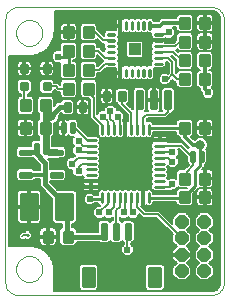
<source format=gtl>
G75*
%MOIN*%
%OFA0B0*%
%FSLAX24Y24*%
%IPPOS*%
%LPD*%
%AMOC8*
5,1,8,0,0,1.08239X$1,22.5*
%
%ADD10C,0.0000*%
%ADD11C,0.0060*%
%ADD12C,0.0101*%
%ADD13C,0.0100*%
%ADD14R,0.0394X0.0394*%
%ADD15C,0.0098*%
%ADD16C,0.0100*%
%ADD17C,0.0100*%
%ADD18C,0.0100*%
%ADD19C,0.0099*%
%ADD20OC8,0.0440*%
%ADD21C,0.0240*%
%ADD22C,0.0120*%
%ADD23C,0.0140*%
%ADD24C,0.0240*%
%ADD25C,0.0320*%
%ADD26C,0.0160*%
D10*
X003193Y001223D02*
X003193Y010022D01*
X003195Y010061D01*
X003201Y010099D01*
X003210Y010136D01*
X003223Y010173D01*
X003240Y010208D01*
X003259Y010241D01*
X003282Y010272D01*
X003308Y010301D01*
X003337Y010327D01*
X003368Y010350D01*
X003401Y010369D01*
X003436Y010386D01*
X003473Y010399D01*
X003510Y010408D01*
X003548Y010414D01*
X003587Y010416D01*
X010080Y010416D01*
X010119Y010414D01*
X010157Y010408D01*
X010194Y010399D01*
X010231Y010386D01*
X010266Y010369D01*
X010299Y010350D01*
X010330Y010327D01*
X010359Y010301D01*
X010385Y010272D01*
X010408Y010241D01*
X010427Y010208D01*
X010444Y010173D01*
X010457Y010136D01*
X010466Y010099D01*
X010472Y010061D01*
X010474Y010022D01*
X010474Y001223D01*
X010472Y001184D01*
X010466Y001146D01*
X010457Y001109D01*
X010444Y001072D01*
X010427Y001037D01*
X010408Y001004D01*
X010385Y000973D01*
X010359Y000944D01*
X010330Y000918D01*
X010299Y000895D01*
X010266Y000876D01*
X010231Y000859D01*
X010194Y000846D01*
X010157Y000837D01*
X010119Y000831D01*
X010080Y000829D01*
X003587Y000829D01*
X003548Y000831D01*
X003510Y000837D01*
X003473Y000846D01*
X003436Y000859D01*
X003401Y000876D01*
X003368Y000895D01*
X003337Y000918D01*
X003308Y000944D01*
X003282Y000973D01*
X003259Y001004D01*
X003240Y001037D01*
X003223Y001072D01*
X003210Y001109D01*
X003201Y001146D01*
X003195Y001184D01*
X003193Y001223D01*
X003548Y001685D02*
X003550Y001726D01*
X003556Y001767D01*
X003566Y001807D01*
X003579Y001846D01*
X003596Y001883D01*
X003617Y001919D01*
X003641Y001953D01*
X003668Y001984D01*
X003697Y002012D01*
X003730Y002038D01*
X003764Y002060D01*
X003801Y002079D01*
X003839Y002094D01*
X003879Y002106D01*
X003919Y002114D01*
X003960Y002118D01*
X004002Y002118D01*
X004043Y002114D01*
X004083Y002106D01*
X004123Y002094D01*
X004161Y002079D01*
X004197Y002060D01*
X004232Y002038D01*
X004265Y002012D01*
X004294Y001984D01*
X004321Y001953D01*
X004345Y001919D01*
X004366Y001883D01*
X004383Y001846D01*
X004396Y001807D01*
X004406Y001767D01*
X004412Y001726D01*
X004414Y001685D01*
X004412Y001644D01*
X004406Y001603D01*
X004396Y001563D01*
X004383Y001524D01*
X004366Y001487D01*
X004345Y001451D01*
X004321Y001417D01*
X004294Y001386D01*
X004265Y001358D01*
X004232Y001332D01*
X004198Y001310D01*
X004161Y001291D01*
X004123Y001276D01*
X004083Y001264D01*
X004043Y001256D01*
X004002Y001252D01*
X003960Y001252D01*
X003919Y001256D01*
X003879Y001264D01*
X003839Y001276D01*
X003801Y001291D01*
X003765Y001310D01*
X003730Y001332D01*
X003697Y001358D01*
X003668Y001386D01*
X003641Y001417D01*
X003617Y001451D01*
X003596Y001487D01*
X003579Y001524D01*
X003566Y001563D01*
X003556Y001603D01*
X003550Y001644D01*
X003548Y001685D01*
X003548Y009559D02*
X003550Y009600D01*
X003556Y009641D01*
X003566Y009681D01*
X003579Y009720D01*
X003596Y009757D01*
X003617Y009793D01*
X003641Y009827D01*
X003668Y009858D01*
X003697Y009886D01*
X003730Y009912D01*
X003764Y009934D01*
X003801Y009953D01*
X003839Y009968D01*
X003879Y009980D01*
X003919Y009988D01*
X003960Y009992D01*
X004002Y009992D01*
X004043Y009988D01*
X004083Y009980D01*
X004123Y009968D01*
X004161Y009953D01*
X004197Y009934D01*
X004232Y009912D01*
X004265Y009886D01*
X004294Y009858D01*
X004321Y009827D01*
X004345Y009793D01*
X004366Y009757D01*
X004383Y009720D01*
X004396Y009681D01*
X004406Y009641D01*
X004412Y009600D01*
X004414Y009559D01*
X004412Y009518D01*
X004406Y009477D01*
X004396Y009437D01*
X004383Y009398D01*
X004366Y009361D01*
X004345Y009325D01*
X004321Y009291D01*
X004294Y009260D01*
X004265Y009232D01*
X004232Y009206D01*
X004198Y009184D01*
X004161Y009165D01*
X004123Y009150D01*
X004083Y009138D01*
X004043Y009130D01*
X004002Y009126D01*
X003960Y009126D01*
X003919Y009130D01*
X003879Y009138D01*
X003839Y009150D01*
X003801Y009165D01*
X003765Y009184D01*
X003730Y009206D01*
X003697Y009232D01*
X003668Y009260D01*
X003641Y009291D01*
X003617Y009325D01*
X003596Y009361D01*
X003579Y009398D01*
X003566Y009437D01*
X003556Y009477D01*
X003550Y009518D01*
X003548Y009559D01*
D11*
X003323Y008792D02*
X004016Y008792D01*
X004017Y008791D01*
X004029Y008792D01*
X004040Y008792D01*
X004042Y008794D01*
X004144Y008804D01*
X004146Y008803D01*
X004156Y008806D01*
X004167Y008807D01*
X004169Y008809D01*
X004269Y008835D01*
X004271Y008834D01*
X004281Y008839D01*
X004292Y008842D01*
X004293Y008844D01*
X004387Y008886D01*
X004390Y008885D01*
X004399Y008891D01*
X004409Y008896D01*
X004410Y008898D01*
X004497Y008954D01*
X004500Y008954D01*
X004508Y008961D01*
X004517Y008967D01*
X004517Y008970D01*
X004594Y009039D01*
X004597Y009039D01*
X004604Y009048D01*
X004612Y009055D01*
X004612Y009058D01*
X004677Y009138D01*
X004680Y009139D01*
X004685Y009148D01*
X004692Y009156D01*
X004692Y009159D01*
X004743Y009249D01*
X004746Y009250D01*
X004750Y009260D01*
X004755Y009269D01*
X004755Y009272D01*
X004792Y009368D01*
X004794Y009370D01*
X004796Y009380D01*
X004800Y009390D01*
X004799Y009393D01*
X004821Y009494D01*
X004823Y009496D01*
X004823Y009507D01*
X004826Y009517D01*
X004824Y009519D01*
X004830Y009621D01*
X004830Y009622D01*
X004830Y009634D01*
X004831Y009646D01*
X004830Y009647D01*
X004830Y010286D01*
X010026Y010286D01*
X010080Y010286D01*
X010131Y010281D01*
X010226Y010241D01*
X010299Y010169D01*
X010339Y010074D01*
X010344Y010022D01*
X010344Y001223D01*
X010339Y001171D01*
X010299Y001076D01*
X010226Y001004D01*
X010131Y000964D01*
X010080Y000959D01*
X004823Y000959D01*
X004823Y001645D01*
X004824Y001647D01*
X004823Y001658D01*
X004823Y001670D01*
X004822Y001671D01*
X004811Y001773D01*
X004813Y001776D01*
X004810Y001786D01*
X004809Y001797D01*
X004807Y001798D01*
X004780Y001898D01*
X004781Y001901D01*
X004777Y001911D01*
X004774Y001921D01*
X004771Y001923D01*
X004729Y002017D01*
X004730Y002020D01*
X004724Y002029D01*
X004720Y002039D01*
X004717Y002040D01*
X004661Y002126D01*
X004661Y002129D01*
X004654Y002137D01*
X004648Y002146D01*
X004645Y002147D01*
X004576Y002224D01*
X004576Y002227D01*
X004568Y002233D01*
X007055Y002233D01*
X007046Y002242D02*
X007169Y002119D01*
X007343Y002119D01*
X007466Y002242D01*
X007466Y002416D01*
X007376Y002506D01*
X007376Y002543D01*
X007391Y002543D01*
X007466Y002618D01*
X007479Y002597D01*
X007505Y002571D01*
X007536Y002552D01*
X007572Y002543D01*
X007630Y002543D01*
X007630Y002909D01*
X007688Y002909D01*
X007688Y002967D01*
X007867Y002967D01*
X007867Y003212D01*
X007857Y003247D01*
X007839Y003279D01*
X007813Y003305D01*
X007781Y003324D01*
X007746Y003333D01*
X007688Y003333D01*
X007688Y002967D01*
X007630Y002967D01*
X007630Y003333D01*
X007572Y003333D01*
X007536Y003324D01*
X007505Y003305D01*
X007479Y003279D01*
X007466Y003258D01*
X007391Y003333D01*
X007139Y003333D01*
X007068Y003263D01*
X007001Y003330D01*
X007001Y003412D01*
X007044Y003369D01*
X007218Y003369D01*
X007287Y003438D01*
X007356Y003369D01*
X007530Y003369D01*
X007653Y003492D01*
X007653Y003512D01*
X007768Y003397D01*
X008218Y003397D01*
X008764Y002851D01*
X008758Y002845D01*
X008758Y002588D01*
X008905Y002442D01*
X008758Y002295D01*
X008758Y002197D01*
X009038Y002197D01*
X009038Y002137D01*
X008758Y002137D01*
X008758Y002038D01*
X008905Y001892D01*
X008758Y001745D01*
X008758Y001488D01*
X008940Y001307D01*
X009197Y001307D01*
X009378Y001488D01*
X009378Y001745D01*
X009232Y001892D01*
X009378Y002038D01*
X009378Y002137D01*
X009098Y002137D01*
X009098Y002197D01*
X009378Y002197D01*
X009378Y002295D01*
X009232Y002442D01*
X009378Y002588D01*
X009378Y002845D01*
X009232Y002992D01*
X009378Y003138D01*
X009378Y003395D01*
X009197Y003577D01*
X008940Y003577D01*
X008758Y003395D01*
X008758Y003196D01*
X008318Y003637D01*
X007868Y003637D01*
X007707Y003798D01*
X007707Y003798D01*
X007730Y003785D01*
X007765Y003776D01*
X007784Y003776D01*
X007802Y003776D01*
X007837Y003785D01*
X007869Y003803D01*
X007882Y003816D01*
X007923Y003776D01*
X008038Y003776D01*
X008120Y003857D01*
X008120Y003922D01*
X008884Y003922D01*
X008884Y003854D01*
X008966Y003773D01*
X009376Y003773D01*
X009458Y003854D01*
X009458Y004208D01*
X009564Y004314D01*
X009581Y004332D01*
X009563Y004300D01*
X009553Y004265D01*
X009553Y004109D01*
X009810Y004109D01*
X009810Y004049D01*
X009553Y004049D01*
X009553Y003894D01*
X009563Y003858D01*
X009581Y003826D01*
X009607Y003800D01*
X009639Y003782D01*
X009674Y003773D01*
X009810Y003773D01*
X009810Y004049D01*
X009870Y004049D01*
X009870Y003773D01*
X010006Y003773D01*
X010042Y003782D01*
X010073Y003800D01*
X010099Y003826D01*
X010118Y003858D01*
X010127Y003894D01*
X010127Y004049D01*
X009870Y004049D01*
X009870Y004109D01*
X009810Y004109D01*
X009810Y004386D01*
X009674Y004386D01*
X009639Y004376D01*
X009608Y004358D01*
X009646Y004396D01*
X009646Y004405D01*
X009674Y004398D01*
X009646Y004398D01*
X009674Y004398D02*
X009810Y004398D01*
X009870Y004398D01*
X010006Y004398D01*
X010042Y004407D01*
X010073Y004425D01*
X010099Y004451D01*
X010118Y004483D01*
X010127Y004519D01*
X010127Y004674D01*
X009870Y004674D01*
X009870Y004398D01*
X009870Y004386D02*
X009870Y004109D01*
X010127Y004109D01*
X010127Y004265D01*
X010118Y004300D01*
X010099Y004332D01*
X010073Y004358D01*
X010042Y004376D01*
X010006Y004386D01*
X009870Y004386D01*
X009870Y004339D02*
X009810Y004339D01*
X009810Y004281D02*
X009870Y004281D01*
X009870Y004222D02*
X009810Y004222D01*
X009810Y004164D02*
X009870Y004164D01*
X009870Y004105D02*
X010344Y004105D01*
X010344Y004047D02*
X010127Y004047D01*
X010127Y003988D02*
X010344Y003988D01*
X010344Y003930D02*
X010127Y003930D01*
X010121Y003871D02*
X010344Y003871D01*
X010344Y003813D02*
X010086Y003813D01*
X009870Y003813D02*
X009810Y003813D01*
X009810Y003871D02*
X009870Y003871D01*
X009870Y003930D02*
X009810Y003930D01*
X009810Y003988D02*
X009870Y003988D01*
X009870Y004047D02*
X009810Y004047D01*
X009810Y004105D02*
X009458Y004105D01*
X009458Y004047D02*
X009553Y004047D01*
X009553Y003988D02*
X009458Y003988D01*
X009458Y003930D02*
X009553Y003930D01*
X009559Y003871D02*
X009458Y003871D01*
X009416Y003813D02*
X009595Y003813D01*
X009690Y003577D02*
X009508Y003395D01*
X009508Y003138D01*
X009655Y002992D01*
X009508Y002845D01*
X009508Y002588D01*
X009655Y002442D01*
X009508Y002295D01*
X009508Y002038D01*
X009655Y001892D01*
X009508Y001745D01*
X009508Y001488D01*
X009690Y001307D01*
X009947Y001307D01*
X010128Y001488D01*
X010128Y001745D01*
X009982Y001892D01*
X010128Y002038D01*
X010128Y002295D01*
X009982Y002442D01*
X010128Y002588D01*
X010128Y002845D01*
X009982Y002992D01*
X010128Y003138D01*
X010128Y003395D01*
X009947Y003577D01*
X009690Y003577D01*
X009633Y003520D02*
X009253Y003520D01*
X009312Y003462D02*
X009575Y003462D01*
X009516Y003403D02*
X009370Y003403D01*
X009378Y003345D02*
X009508Y003345D01*
X009508Y003286D02*
X009378Y003286D01*
X009378Y003228D02*
X009508Y003228D01*
X009508Y003169D02*
X009378Y003169D01*
X009351Y003111D02*
X009536Y003111D01*
X009594Y003052D02*
X009292Y003052D01*
X009234Y002994D02*
X009653Y002994D01*
X009598Y002935D02*
X009288Y002935D01*
X009347Y002877D02*
X009540Y002877D01*
X009508Y002818D02*
X009378Y002818D01*
X009378Y002760D02*
X009508Y002760D01*
X009508Y002701D02*
X009378Y002701D01*
X009378Y002643D02*
X009508Y002643D01*
X009512Y002584D02*
X009374Y002584D01*
X009316Y002526D02*
X009571Y002526D01*
X009629Y002467D02*
X009257Y002467D01*
X009265Y002409D02*
X009622Y002409D01*
X009563Y002350D02*
X009323Y002350D01*
X009378Y002292D02*
X009508Y002292D01*
X009508Y002233D02*
X009378Y002233D01*
X009378Y002116D02*
X009508Y002116D01*
X009508Y002058D02*
X009378Y002058D01*
X009339Y001999D02*
X009547Y001999D01*
X009606Y001941D02*
X009281Y001941D01*
X009241Y001882D02*
X009645Y001882D01*
X009587Y001824D02*
X009300Y001824D01*
X009358Y001765D02*
X009528Y001765D01*
X009508Y001707D02*
X009378Y001707D01*
X009378Y001648D02*
X009508Y001648D01*
X009508Y001590D02*
X009378Y001590D01*
X009378Y001531D02*
X009508Y001531D01*
X009524Y001473D02*
X009363Y001473D01*
X009304Y001414D02*
X009582Y001414D01*
X009641Y001356D02*
X009246Y001356D01*
X008891Y001356D02*
X008497Y001356D01*
X008497Y001414D02*
X008832Y001414D01*
X008774Y001473D02*
X008497Y001473D01*
X008497Y001531D02*
X008758Y001531D01*
X008758Y001590D02*
X008497Y001590D01*
X008497Y001648D02*
X008758Y001648D01*
X008758Y001707D02*
X008497Y001707D01*
X008497Y001765D02*
X008778Y001765D01*
X008837Y001824D02*
X008448Y001824D01*
X008415Y001857D02*
X008497Y001775D01*
X008497Y001050D01*
X008415Y000968D01*
X007926Y000968D01*
X007844Y001050D01*
X007844Y001775D01*
X007926Y001857D01*
X008415Y001857D01*
X008758Y002058D02*
X004705Y002058D01*
X004737Y001999D02*
X008797Y001999D01*
X008856Y001941D02*
X004763Y001941D01*
X004784Y001882D02*
X008895Y001882D01*
X008758Y002116D02*
X004668Y002116D01*
X004620Y002175D02*
X007113Y002175D01*
X007046Y002242D02*
X007046Y002416D01*
X007136Y002506D01*
X007136Y002546D01*
X007068Y002613D01*
X006998Y002543D01*
X006745Y002543D01*
X006674Y002613D01*
X006604Y002543D01*
X006351Y002543D01*
X006297Y002597D01*
X005565Y002597D01*
X005565Y002542D01*
X005483Y002460D01*
X005073Y002460D01*
X004991Y002542D01*
X004991Y002992D01*
X005073Y003073D01*
X005086Y003073D01*
X005086Y003204D01*
X004836Y003204D01*
X004754Y003286D01*
X004371Y003286D01*
X004373Y003290D02*
X004383Y003326D01*
X004383Y003737D01*
X004008Y003737D01*
X004008Y003797D01*
X004383Y003797D01*
X004383Y004207D01*
X004373Y004243D01*
X004355Y004275D01*
X004328Y004301D01*
X004296Y004320D01*
X004261Y004329D01*
X004008Y004329D01*
X004008Y003797D01*
X003948Y003797D01*
X003948Y004329D01*
X003695Y004329D01*
X003659Y004320D01*
X003627Y004301D01*
X003601Y004275D01*
X003582Y004243D01*
X003573Y004207D01*
X003573Y003797D01*
X003948Y003797D01*
X003948Y003737D01*
X004008Y003737D01*
X004008Y003204D01*
X004261Y003204D01*
X004296Y003214D01*
X004328Y003232D01*
X004355Y003258D01*
X004373Y003290D01*
X004383Y003345D02*
X004754Y003345D01*
X004754Y003403D02*
X004383Y003403D01*
X004383Y003462D02*
X004754Y003462D01*
X004754Y003520D02*
X004383Y003520D01*
X004383Y003579D02*
X004754Y003579D01*
X004754Y003637D02*
X004383Y003637D01*
X004383Y003696D02*
X004754Y003696D01*
X004754Y003754D02*
X004008Y003754D01*
X004008Y003696D02*
X003948Y003696D01*
X003948Y003737D02*
X003948Y003204D01*
X003695Y003204D01*
X003659Y003214D01*
X003627Y003232D01*
X003601Y003258D01*
X003582Y003290D01*
X003573Y003326D01*
X003573Y003737D01*
X003948Y003737D01*
X003948Y003754D02*
X003323Y003754D01*
X003323Y003696D02*
X003573Y003696D01*
X003573Y003637D02*
X003323Y003637D01*
X003323Y003579D02*
X003573Y003579D01*
X003573Y003520D02*
X003323Y003520D01*
X003323Y003462D02*
X003573Y003462D01*
X003573Y003403D02*
X003323Y003403D01*
X003323Y003345D02*
X003573Y003345D01*
X003585Y003286D02*
X003323Y003286D01*
X003323Y003228D02*
X003635Y003228D01*
X003748Y002938D02*
X003634Y002825D01*
X003634Y002725D01*
X003705Y002655D01*
X003804Y002655D01*
X003841Y002692D01*
X003878Y002655D01*
X003978Y002655D01*
X004021Y002698D01*
X004021Y002698D01*
X004091Y002769D01*
X004091Y002868D01*
X004021Y002938D01*
X003978Y002982D01*
X003878Y002982D01*
X003835Y002938D01*
X003748Y002938D01*
X003745Y002935D02*
X003323Y002935D01*
X003323Y002877D02*
X003686Y002877D01*
X003634Y002818D02*
X003323Y002818D01*
X003323Y002760D02*
X003634Y002760D01*
X003658Y002701D02*
X003323Y002701D01*
X003323Y002643D02*
X004322Y002643D01*
X004322Y002701D02*
X004024Y002701D01*
X004082Y002760D02*
X004579Y002760D01*
X004579Y002737D02*
X004322Y002737D01*
X004322Y002581D01*
X004331Y002546D01*
X004349Y002514D01*
X004375Y002488D01*
X004407Y002470D01*
X004443Y002460D01*
X004579Y002460D01*
X004579Y002737D01*
X004639Y002737D01*
X004639Y002797D01*
X004895Y002797D01*
X004895Y002952D01*
X004886Y002988D01*
X004868Y003019D01*
X004842Y003045D01*
X004810Y003064D01*
X004774Y003073D01*
X004639Y003073D01*
X004639Y002797D01*
X004579Y002797D01*
X004579Y003073D01*
X004443Y003073D01*
X004407Y003064D01*
X004375Y003045D01*
X004349Y003019D01*
X004331Y002988D01*
X004322Y002952D01*
X004322Y002797D01*
X004579Y002797D01*
X004579Y002737D01*
X004579Y002701D02*
X004639Y002701D01*
X004639Y002737D02*
X004639Y002460D01*
X004774Y002460D01*
X004810Y002470D01*
X004842Y002488D01*
X004868Y002514D01*
X004886Y002546D01*
X004895Y002581D01*
X004895Y002737D01*
X004639Y002737D01*
X004639Y002760D02*
X004991Y002760D01*
X004991Y002818D02*
X004895Y002818D01*
X004895Y002877D02*
X004991Y002877D01*
X004991Y002935D02*
X004895Y002935D01*
X004882Y002994D02*
X004993Y002994D01*
X005051Y003052D02*
X004830Y003052D01*
X004813Y003228D02*
X004320Y003228D01*
X004387Y003052D02*
X003323Y003052D01*
X003323Y002994D02*
X004335Y002994D01*
X004322Y002935D02*
X004024Y002935D01*
X004021Y002938D02*
X004021Y002938D01*
X004083Y002877D02*
X004322Y002877D01*
X004322Y002818D02*
X004091Y002818D01*
X003971Y002818D02*
X003798Y002818D01*
X003754Y002775D01*
X003928Y002775D02*
X003928Y002862D01*
X003948Y003228D02*
X004008Y003228D01*
X004008Y003286D02*
X003948Y003286D01*
X003948Y003345D02*
X004008Y003345D01*
X004008Y003403D02*
X003948Y003403D01*
X003948Y003462D02*
X004008Y003462D01*
X004008Y003520D02*
X003948Y003520D01*
X003948Y003579D02*
X004008Y003579D01*
X004008Y003637D02*
X003948Y003637D01*
X003948Y003813D02*
X004008Y003813D01*
X004008Y003871D02*
X003948Y003871D01*
X003948Y003930D02*
X004008Y003930D01*
X004008Y003988D02*
X003948Y003988D01*
X003948Y004047D02*
X004008Y004047D01*
X004008Y004105D02*
X003948Y004105D01*
X003948Y004164D02*
X004008Y004164D01*
X004008Y004222D02*
X003948Y004222D01*
X003948Y004281D02*
X004008Y004281D01*
X004113Y004632D02*
X004161Y004680D01*
X004336Y004680D01*
X004336Y004446D01*
X004754Y004028D01*
X004754Y003286D01*
X004639Y003052D02*
X004579Y003052D01*
X004579Y002994D02*
X004639Y002994D01*
X004639Y002935D02*
X004579Y002935D01*
X004579Y002877D02*
X004639Y002877D01*
X004639Y002818D02*
X004579Y002818D01*
X004579Y002643D02*
X004639Y002643D01*
X004639Y002584D02*
X004579Y002584D01*
X004579Y002526D02*
X004639Y002526D01*
X004639Y002467D02*
X004579Y002467D01*
X004416Y002467D02*
X003323Y002467D01*
X003323Y002460D02*
X003323Y008792D01*
X003323Y008785D02*
X004733Y008785D01*
X004733Y008727D02*
X003323Y008727D01*
X003323Y008668D02*
X004745Y008668D01*
X004733Y008680D02*
X004856Y008557D01*
X005012Y008557D01*
X005009Y008554D01*
X005009Y008104D01*
X005091Y008023D01*
X005501Y008023D01*
X005583Y008104D01*
X005583Y008554D01*
X005501Y008636D01*
X005436Y008636D01*
X005436Y008648D01*
X005501Y008648D01*
X005583Y008729D01*
X005583Y009179D01*
X005501Y009261D01*
X005091Y009261D01*
X005009Y009179D01*
X005009Y008977D01*
X004856Y008977D01*
X004733Y008854D01*
X004733Y008680D01*
X004729Y008612D02*
X004694Y008622D01*
X004598Y008622D01*
X004598Y008404D01*
X004816Y008404D01*
X004816Y008500D01*
X004806Y008536D01*
X004788Y008568D01*
X004761Y008594D01*
X004729Y008612D01*
X004734Y008610D02*
X004803Y008610D01*
X004797Y008551D02*
X005009Y008551D01*
X005009Y008493D02*
X004816Y008493D01*
X004816Y008434D02*
X005009Y008434D01*
X005009Y008376D02*
X004598Y008376D01*
X004598Y008404D02*
X004598Y008344D01*
X004598Y008127D01*
X004694Y008127D01*
X004729Y008137D01*
X004761Y008155D01*
X004788Y008181D01*
X004806Y008213D01*
X004816Y008249D01*
X004816Y008344D01*
X004598Y008344D01*
X004538Y008344D01*
X004538Y008127D01*
X004443Y008127D01*
X004407Y008137D01*
X004375Y008155D01*
X004349Y008181D01*
X004330Y008213D01*
X004321Y008249D01*
X004321Y008344D01*
X004538Y008344D01*
X004538Y008404D01*
X004321Y008404D01*
X004321Y008500D01*
X004330Y008536D01*
X004349Y008568D01*
X004375Y008594D01*
X004407Y008612D01*
X004443Y008622D01*
X004538Y008622D01*
X004538Y008404D01*
X004598Y008404D01*
X004598Y008434D02*
X004538Y008434D01*
X004538Y008376D02*
X003848Y008376D01*
X003848Y008404D02*
X004066Y008404D01*
X004066Y008500D01*
X004056Y008536D01*
X004038Y008568D01*
X004011Y008594D01*
X003979Y008612D01*
X003944Y008622D01*
X003848Y008622D01*
X003848Y008404D01*
X003848Y008344D01*
X003848Y008127D01*
X003944Y008127D01*
X003979Y008137D01*
X004011Y008155D01*
X004038Y008181D01*
X004056Y008213D01*
X004066Y008249D01*
X004066Y008344D01*
X003848Y008344D01*
X003788Y008344D01*
X003788Y008127D01*
X003693Y008127D01*
X003657Y008137D01*
X003625Y008155D01*
X003599Y008181D01*
X003580Y008213D01*
X003571Y008249D01*
X003571Y008344D01*
X003788Y008344D01*
X003788Y008404D01*
X003571Y008404D01*
X003571Y008500D01*
X003580Y008536D01*
X003599Y008568D01*
X003625Y008594D01*
X003657Y008612D01*
X003693Y008622D01*
X003788Y008622D01*
X003788Y008404D01*
X003848Y008404D01*
X003848Y008434D02*
X003788Y008434D01*
X003788Y008376D02*
X003323Y008376D01*
X003323Y008434D02*
X003571Y008434D01*
X003571Y008493D02*
X003323Y008493D01*
X003323Y008551D02*
X003589Y008551D01*
X003652Y008610D02*
X003323Y008610D01*
X003323Y008317D02*
X003571Y008317D01*
X003571Y008259D02*
X003323Y008259D01*
X003323Y008200D02*
X003588Y008200D01*
X003648Y008142D02*
X003323Y008142D01*
X003323Y008083D02*
X005030Y008083D01*
X005009Y008142D02*
X004738Y008142D01*
X004799Y008200D02*
X005009Y008200D01*
X005009Y008259D02*
X004816Y008259D01*
X004816Y008317D02*
X005009Y008317D01*
X004733Y008031D02*
X004403Y008031D01*
X004321Y007949D01*
X004321Y007619D01*
X004403Y007536D01*
X004733Y007536D01*
X004816Y007619D01*
X004816Y007664D01*
X004831Y007664D01*
X004911Y007584D01*
X005009Y007584D01*
X005009Y007479D01*
X005091Y007398D01*
X005501Y007398D01*
X005583Y007479D01*
X005583Y007929D01*
X005501Y008011D01*
X005091Y008011D01*
X005009Y007929D01*
X005009Y007825D01*
X005001Y007834D01*
X004930Y007904D01*
X004816Y007904D01*
X004816Y007949D01*
X004733Y008031D01*
X004740Y008025D02*
X005089Y008025D01*
X005046Y007966D02*
X004799Y007966D01*
X004816Y007908D02*
X005009Y007908D01*
X005009Y007849D02*
X004985Y007849D01*
X004881Y007784D02*
X004960Y007704D01*
X005296Y007704D01*
X005583Y007732D02*
X005678Y007732D01*
X005678Y007674D02*
X005583Y007674D01*
X005583Y007615D02*
X005678Y007615D01*
X005678Y007557D02*
X005583Y007557D01*
X005583Y007498D02*
X005678Y007498D01*
X005678Y007479D02*
X005760Y007398D01*
X005955Y007398D01*
X005956Y007397D01*
X006011Y007342D01*
X006011Y006717D01*
X006081Y006647D01*
X006267Y006461D01*
X006267Y006141D01*
X006348Y006059D01*
X006463Y006059D01*
X006504Y006100D01*
X006545Y006059D01*
X006660Y006059D01*
X006701Y006100D01*
X006742Y006059D01*
X006857Y006059D01*
X006898Y006100D01*
X006939Y006059D01*
X007054Y006059D01*
X007095Y006100D01*
X007108Y006087D01*
X007139Y006069D01*
X007175Y006059D01*
X007193Y006059D01*
X007193Y006346D01*
X007193Y006633D01*
X007175Y006633D01*
X007139Y006623D01*
X007116Y006610D01*
X007116Y006643D01*
X007153Y006680D01*
X007153Y006854D01*
X007030Y006977D01*
X006903Y006977D01*
X006903Y007041D01*
X006780Y007164D01*
X006606Y007164D01*
X006483Y007041D01*
X006483Y006977D01*
X006356Y006977D01*
X006251Y006871D01*
X006251Y007441D01*
X006233Y007460D01*
X006252Y007479D01*
X006252Y007929D01*
X006171Y008011D01*
X005760Y008011D01*
X005678Y007929D01*
X005678Y007479D01*
X005718Y007440D02*
X005543Y007440D01*
X005595Y007323D02*
X005419Y007323D01*
X005396Y007346D02*
X005104Y007346D01*
X005022Y007265D01*
X005022Y007255D01*
X005014Y007255D01*
X004945Y007257D01*
X004944Y007255D01*
X004941Y007255D01*
X004893Y007207D01*
X004843Y007160D01*
X004843Y007157D01*
X004815Y007129D01*
X004815Y007367D01*
X004733Y007448D01*
X004323Y007448D01*
X004241Y007367D01*
X004241Y006917D01*
X004318Y006840D01*
X004318Y006694D01*
X004241Y006617D01*
X004241Y006167D01*
X004321Y006087D01*
X004321Y005994D01*
X004123Y005994D01*
X004041Y005912D01*
X004041Y005776D01*
X003624Y005776D01*
X003543Y005695D01*
X003543Y005462D01*
X003618Y005387D01*
X003597Y005374D01*
X003571Y005348D01*
X003552Y005317D01*
X003543Y005281D01*
X003543Y005228D01*
X003845Y005228D01*
X003845Y005180D01*
X003543Y005180D01*
X003543Y005127D01*
X003552Y005092D01*
X003571Y005060D01*
X003597Y005034D01*
X003618Y005022D01*
X003543Y004947D01*
X003543Y004714D01*
X003624Y004632D01*
X004113Y004632D01*
X004336Y004632D02*
X003323Y004632D01*
X003323Y004690D02*
X003566Y004690D01*
X003543Y004749D02*
X003323Y004749D01*
X003323Y004807D02*
X003543Y004807D01*
X003543Y004866D02*
X003323Y004866D01*
X003323Y004924D02*
X003543Y004924D01*
X003579Y004983D02*
X003323Y004983D01*
X003323Y005041D02*
X003589Y005041D01*
X003568Y005048D02*
X003568Y005392D01*
X003613Y005392D01*
X003624Y005380D01*
X004113Y005380D01*
X004117Y005384D01*
X004193Y005308D01*
X004193Y005048D01*
X003568Y005048D01*
X003568Y005100D02*
X004193Y005100D01*
X004188Y005100D02*
X004336Y005100D01*
X004336Y005158D02*
X004195Y005158D01*
X004193Y005158D02*
X003568Y005158D01*
X003543Y005158D02*
X003323Y005158D01*
X003323Y005100D02*
X003550Y005100D01*
X003568Y005217D02*
X004193Y005217D01*
X004195Y005228D02*
X004195Y005281D01*
X004186Y005315D01*
X004336Y005165D01*
X004336Y004980D01*
X004161Y004980D01*
X004120Y005022D01*
X004141Y005034D01*
X004167Y005060D01*
X004186Y005092D01*
X004195Y005127D01*
X004195Y005180D01*
X003893Y005180D01*
X003893Y005228D01*
X004195Y005228D01*
X004195Y005275D02*
X004225Y005275D01*
X004193Y005275D02*
X003568Y005275D01*
X003543Y005275D02*
X003323Y005275D01*
X003323Y005217D02*
X003845Y005217D01*
X003893Y005217D02*
X004284Y005217D01*
X004167Y005334D02*
X003568Y005334D01*
X003562Y005334D02*
X003323Y005334D01*
X003323Y005392D02*
X003612Y005392D01*
X003554Y005451D02*
X003323Y005451D01*
X003323Y005509D02*
X003543Y005509D01*
X003543Y005568D02*
X003323Y005568D01*
X003323Y005626D02*
X003543Y005626D01*
X003543Y005685D02*
X003323Y005685D01*
X003323Y005743D02*
X003591Y005743D01*
X003323Y005802D02*
X004041Y005802D01*
X004041Y005860D02*
X003323Y005860D01*
X003323Y005919D02*
X004047Y005919D01*
X004106Y005977D02*
X003323Y005977D01*
X003323Y006036D02*
X004321Y006036D01*
X004313Y006094D02*
X004058Y006094D01*
X004060Y006095D02*
X004092Y006113D01*
X004118Y006139D01*
X004136Y006171D01*
X004145Y006206D01*
X004145Y006362D01*
X003889Y006362D01*
X003889Y006422D01*
X004145Y006422D01*
X004145Y006577D01*
X004136Y006613D01*
X004118Y006644D01*
X004092Y006670D01*
X004060Y006689D01*
X004024Y006698D01*
X003889Y006698D01*
X003889Y006422D01*
X003829Y006422D01*
X003829Y006698D01*
X003693Y006698D01*
X003657Y006689D01*
X003625Y006670D01*
X003599Y006644D01*
X003581Y006613D01*
X003572Y006577D01*
X003572Y006422D01*
X003829Y006422D01*
X003829Y006362D01*
X003889Y006362D01*
X003889Y006085D01*
X004024Y006085D01*
X004060Y006095D01*
X004126Y006153D02*
X004255Y006153D01*
X004241Y006211D02*
X004145Y006211D01*
X004145Y006270D02*
X004241Y006270D01*
X004241Y006328D02*
X004145Y006328D01*
X004241Y006387D02*
X003889Y006387D01*
X003889Y006445D02*
X003829Y006445D01*
X003829Y006387D02*
X003323Y006387D01*
X003323Y006445D02*
X003572Y006445D01*
X003572Y006504D02*
X003323Y006504D01*
X003323Y006562D02*
X003572Y006562D01*
X003586Y006621D02*
X003323Y006621D01*
X003323Y006679D02*
X003641Y006679D01*
X003653Y006835D02*
X004064Y006835D01*
X004145Y006917D01*
X004145Y007367D01*
X004064Y007448D01*
X003938Y007448D01*
X003938Y007536D01*
X003983Y007536D01*
X004066Y007619D01*
X004066Y007949D01*
X003983Y008031D01*
X003653Y008031D01*
X003571Y007949D01*
X003571Y007619D01*
X003653Y007536D01*
X003698Y007536D01*
X003698Y007448D01*
X003653Y007448D01*
X003572Y007367D01*
X003572Y006917D01*
X003653Y006835D01*
X003634Y006855D02*
X003323Y006855D01*
X003323Y006913D02*
X003575Y006913D01*
X003572Y006972D02*
X003323Y006972D01*
X003323Y007030D02*
X003572Y007030D01*
X003572Y007089D02*
X003323Y007089D01*
X003323Y007147D02*
X003572Y007147D01*
X003572Y007206D02*
X003323Y007206D01*
X003323Y007264D02*
X003572Y007264D01*
X003572Y007323D02*
X003323Y007323D01*
X003323Y007381D02*
X003586Y007381D01*
X003645Y007440D02*
X003323Y007440D01*
X003323Y007498D02*
X003698Y007498D01*
X003633Y007557D02*
X003323Y007557D01*
X003323Y007615D02*
X003574Y007615D01*
X003571Y007674D02*
X003323Y007674D01*
X003323Y007732D02*
X003571Y007732D01*
X003571Y007791D02*
X003323Y007791D01*
X003323Y007849D02*
X003571Y007849D01*
X003571Y007908D02*
X003323Y007908D01*
X003323Y007966D02*
X003588Y007966D01*
X003646Y008025D02*
X003323Y008025D01*
X003788Y008142D02*
X003848Y008142D01*
X003848Y008200D02*
X003788Y008200D01*
X003788Y008259D02*
X003848Y008259D01*
X003848Y008317D02*
X003788Y008317D01*
X003788Y008493D02*
X003848Y008493D01*
X003848Y008551D02*
X003788Y008551D01*
X003788Y008610D02*
X003848Y008610D01*
X003984Y008610D02*
X004402Y008610D01*
X004339Y008551D02*
X004047Y008551D01*
X004066Y008493D02*
X004321Y008493D01*
X004321Y008434D02*
X004066Y008434D01*
X004066Y008317D02*
X004321Y008317D01*
X004321Y008259D02*
X004066Y008259D01*
X004049Y008200D02*
X004338Y008200D01*
X004398Y008142D02*
X003988Y008142D01*
X003990Y008025D02*
X004396Y008025D01*
X004338Y007966D02*
X004049Y007966D01*
X004066Y007908D02*
X004321Y007908D01*
X004321Y007849D02*
X004066Y007849D01*
X004066Y007791D02*
X004321Y007791D01*
X004321Y007732D02*
X004066Y007732D01*
X004066Y007674D02*
X004321Y007674D01*
X004324Y007615D02*
X004062Y007615D01*
X004004Y007557D02*
X004383Y007557D01*
X004314Y007440D02*
X004072Y007440D01*
X004131Y007381D02*
X004256Y007381D01*
X004241Y007323D02*
X004145Y007323D01*
X004145Y007264D02*
X004241Y007264D01*
X004241Y007206D02*
X004145Y007206D01*
X004145Y007147D02*
X004241Y007147D01*
X004241Y007089D02*
X004145Y007089D01*
X004145Y007030D02*
X004241Y007030D01*
X004241Y006972D02*
X004145Y006972D01*
X004142Y006913D02*
X004244Y006913D01*
X004303Y006855D02*
X004083Y006855D01*
X004076Y006679D02*
X004304Y006679D01*
X004318Y006738D02*
X003323Y006738D01*
X003323Y006796D02*
X004318Y006796D01*
X004245Y006621D02*
X004131Y006621D01*
X004145Y006562D02*
X004241Y006562D01*
X004241Y006504D02*
X004145Y006504D01*
X004145Y006445D02*
X004241Y006445D01*
X004528Y006392D02*
X004531Y006514D01*
X004534Y006773D02*
X004528Y006829D01*
X004815Y006541D02*
X004863Y006561D01*
X004933Y006631D01*
X004971Y006723D01*
X004971Y006804D01*
X005041Y006874D01*
X005104Y006812D01*
X005396Y006812D01*
X005478Y006894D01*
X005478Y007265D01*
X005396Y007346D01*
X005478Y007264D02*
X005545Y007264D01*
X005543Y007261D02*
X005534Y007225D01*
X005534Y007109D01*
X005732Y007109D01*
X005732Y007346D01*
X005655Y007346D01*
X005620Y007337D01*
X005588Y007318D01*
X005562Y007292D01*
X005543Y007261D01*
X005534Y007206D02*
X005478Y007206D01*
X005478Y007147D02*
X005534Y007147D01*
X005478Y007089D02*
X005732Y007089D01*
X005732Y007109D02*
X005732Y007049D01*
X005792Y007049D01*
X005792Y007109D01*
X005989Y007109D01*
X005989Y007225D01*
X005980Y007261D01*
X005961Y007292D01*
X005935Y007318D01*
X005904Y007337D01*
X005868Y007346D01*
X005792Y007346D01*
X005792Y007109D01*
X005732Y007109D01*
X005732Y007147D02*
X005792Y007147D01*
X005792Y007089D02*
X006011Y007089D01*
X005989Y007049D02*
X005792Y007049D01*
X005792Y006812D01*
X005868Y006812D01*
X005904Y006822D01*
X005935Y006840D01*
X005961Y006866D01*
X005980Y006898D01*
X005989Y006933D01*
X005989Y007049D01*
X005989Y007030D02*
X006011Y007030D01*
X006011Y006972D02*
X005989Y006972D01*
X005984Y006913D02*
X006011Y006913D01*
X006011Y006855D02*
X005950Y006855D01*
X006011Y006796D02*
X004971Y006796D01*
X004971Y006738D02*
X006011Y006738D01*
X006048Y006679D02*
X005547Y006679D01*
X005545Y006682D02*
X005329Y006682D01*
X005287Y006640D01*
X005273Y006654D01*
X005241Y006672D01*
X005205Y006682D01*
X005157Y006682D01*
X005157Y006412D01*
X005117Y006412D01*
X005117Y006682D01*
X005068Y006682D01*
X005033Y006672D01*
X005001Y006654D01*
X004975Y006628D01*
X004956Y006596D01*
X004947Y006560D01*
X004947Y006412D01*
X005117Y006412D01*
X005117Y006372D01*
X004947Y006372D01*
X004947Y006223D01*
X004956Y006188D01*
X004975Y006156D01*
X005001Y006130D01*
X005033Y006111D01*
X005068Y006102D01*
X005117Y006102D01*
X005117Y006372D01*
X005157Y006372D01*
X005157Y006102D01*
X005205Y006102D01*
X005241Y006111D01*
X005273Y006130D01*
X005287Y006144D01*
X005329Y006102D01*
X005481Y006102D01*
X005421Y006041D01*
X005421Y005867D01*
X005490Y005798D01*
X005421Y005729D01*
X005421Y005555D01*
X005507Y005469D01*
X005452Y005414D01*
X005325Y005414D01*
X005202Y005291D01*
X005202Y005117D01*
X005325Y004994D01*
X005421Y004994D01*
X005421Y004867D01*
X005544Y004744D01*
X005718Y004744D01*
X005765Y004791D01*
X005765Y004753D01*
X005805Y004712D01*
X005792Y004699D01*
X005774Y004667D01*
X005765Y004632D01*
X005765Y004614D01*
X006051Y004614D01*
X006051Y004614D01*
X005765Y004614D01*
X005765Y004595D01*
X005774Y004560D01*
X005792Y004528D01*
X005805Y004515D01*
X004748Y004515D01*
X004690Y004573D02*
X005771Y004573D01*
X005765Y004632D02*
X004676Y004632D01*
X005137Y004632D01*
X005219Y004714D01*
X005219Y004947D01*
X005137Y005028D01*
X004676Y005028D01*
X004676Y005306D01*
X004613Y005368D01*
X004980Y005368D01*
X004991Y005380D01*
X005137Y005380D01*
X005219Y005462D01*
X005219Y005695D01*
X005137Y005776D01*
X004991Y005776D01*
X004980Y005788D01*
X004744Y005788D01*
X004741Y005791D01*
X004741Y006093D01*
X004815Y006167D01*
X004815Y006541D01*
X004815Y006504D02*
X004947Y006504D01*
X004947Y006562D02*
X004864Y006562D01*
X004923Y006621D02*
X004971Y006621D01*
X004953Y006679D02*
X005059Y006679D01*
X005117Y006679D02*
X005157Y006679D01*
X005215Y006679D02*
X005326Y006679D01*
X005157Y006621D02*
X005117Y006621D01*
X005117Y006562D02*
X005157Y006562D01*
X005157Y006504D02*
X005117Y006504D01*
X005117Y006445D02*
X005157Y006445D01*
X005117Y006387D02*
X004815Y006387D01*
X004815Y006445D02*
X004947Y006445D01*
X004947Y006328D02*
X004815Y006328D01*
X004815Y006270D02*
X004947Y006270D01*
X004950Y006211D02*
X004815Y006211D01*
X004801Y006153D02*
X004978Y006153D01*
X005117Y006153D02*
X005157Y006153D01*
X005157Y006211D02*
X005117Y006211D01*
X005117Y006270D02*
X005157Y006270D01*
X005157Y006328D02*
X005117Y006328D01*
X005437Y006392D02*
X005499Y006398D01*
X005906Y005992D01*
X006051Y005992D01*
X005936Y006131D02*
X005627Y006440D01*
X005627Y006600D01*
X005545Y006682D01*
X005606Y006621D02*
X006107Y006621D01*
X006165Y006562D02*
X005627Y006562D01*
X005627Y006504D02*
X006224Y006504D01*
X006267Y006445D02*
X005627Y006445D01*
X005680Y006387D02*
X006267Y006387D01*
X006267Y006328D02*
X005739Y006328D01*
X005797Y006270D02*
X006267Y006270D01*
X006267Y006211D02*
X005856Y006211D01*
X005914Y006153D02*
X006267Y006153D01*
X006257Y006131D02*
X005936Y006131D01*
X005631Y005954D02*
X005790Y005795D01*
X006051Y005795D01*
X006051Y005598D02*
X005674Y005598D01*
X005631Y005642D01*
X005466Y005509D02*
X005219Y005509D01*
X005219Y005568D02*
X005421Y005568D01*
X005421Y005626D02*
X005219Y005626D01*
X005219Y005685D02*
X005421Y005685D01*
X005435Y005743D02*
X005170Y005743D01*
X005428Y005860D02*
X004741Y005860D01*
X004741Y005802D02*
X005486Y005802D01*
X005421Y005919D02*
X004741Y005919D01*
X004741Y005977D02*
X005421Y005977D01*
X005421Y006036D02*
X004741Y006036D01*
X004742Y006094D02*
X005474Y006094D01*
X005489Y005451D02*
X005208Y005451D01*
X005149Y005392D02*
X005303Y005392D01*
X005244Y005334D02*
X004648Y005334D01*
X004676Y005275D02*
X005202Y005275D01*
X005202Y005217D02*
X004676Y005217D01*
X004676Y005158D02*
X005202Y005158D01*
X005219Y005100D02*
X004676Y005100D01*
X004676Y005041D02*
X005278Y005041D01*
X005183Y004983D02*
X005421Y004983D01*
X005421Y004924D02*
X005219Y004924D01*
X005219Y004866D02*
X005422Y004866D01*
X005481Y004807D02*
X005219Y004807D01*
X005219Y004749D02*
X005539Y004749D01*
X005722Y004749D02*
X005769Y004749D01*
X005787Y004690D02*
X005195Y004690D01*
X004865Y004398D02*
X005765Y004398D01*
X005774Y004363D01*
X005792Y004331D01*
X005818Y004305D01*
X005850Y004287D01*
X005885Y004278D01*
X006051Y004278D01*
X006051Y004417D01*
X006051Y004417D01*
X005765Y004417D01*
X005765Y004435D01*
X005774Y004470D01*
X005792Y004502D01*
X005805Y004515D01*
X005770Y004456D02*
X004807Y004456D01*
X004924Y004339D02*
X005788Y004339D01*
X005765Y004398D02*
X005765Y004417D01*
X006051Y004417D01*
X006051Y004556D01*
X006051Y004614D01*
X006051Y004562D01*
X006037Y004548D01*
X006051Y004573D02*
X006051Y004573D01*
X006051Y004614D02*
X006051Y004614D01*
X006338Y004614D01*
X006338Y004632D01*
X006329Y004667D01*
X006310Y004699D01*
X006298Y004712D01*
X006338Y004753D01*
X006338Y004868D01*
X006298Y004909D01*
X006338Y004950D01*
X006338Y005065D01*
X006298Y005106D01*
X006338Y005147D01*
X006338Y005262D01*
X006298Y005303D01*
X006338Y005343D01*
X006338Y005459D01*
X006298Y005499D01*
X006338Y005540D01*
X006338Y005656D01*
X006298Y005696D01*
X006338Y005737D01*
X006338Y005852D01*
X006298Y005893D01*
X006338Y005934D01*
X006338Y006049D01*
X006257Y006131D01*
X006293Y006094D02*
X006313Y006094D01*
X006338Y006036D02*
X008055Y006036D01*
X008058Y006045D02*
X008048Y006010D01*
X008048Y005992D01*
X008335Y005992D01*
X008335Y005992D01*
X008335Y006131D01*
X008501Y006131D01*
X008536Y006121D01*
X008568Y006103D01*
X008594Y006077D01*
X008612Y006045D01*
X008622Y006010D01*
X008622Y005992D01*
X008335Y005992D01*
X008335Y006131D01*
X008169Y006131D01*
X008134Y006121D01*
X008102Y006103D01*
X008076Y006077D01*
X008058Y006045D01*
X008038Y006059D02*
X008120Y006141D01*
X008120Y006252D01*
X008884Y006252D01*
X008884Y006167D01*
X008966Y006085D01*
X009021Y006085D01*
X009021Y006039D01*
X009293Y005767D01*
X009316Y005744D01*
X009310Y005744D01*
X009285Y005719D01*
X009090Y005915D01*
X008599Y005915D01*
X008612Y005938D01*
X008622Y005973D01*
X008622Y005992D01*
X008335Y005992D01*
X008335Y005992D01*
X008335Y005992D01*
X008048Y005992D01*
X008048Y005973D01*
X008058Y005938D01*
X008076Y005906D01*
X008089Y005893D01*
X008048Y005852D01*
X008048Y005737D01*
X008089Y005696D01*
X008048Y005656D01*
X008048Y005540D01*
X008089Y005499D01*
X008048Y005459D01*
X008048Y005343D01*
X008089Y005303D01*
X008048Y005262D01*
X008048Y005147D01*
X008089Y005106D01*
X008048Y005065D01*
X008048Y004950D01*
X008089Y004909D01*
X008048Y004868D01*
X008048Y004753D01*
X008089Y004712D01*
X008048Y004671D01*
X008048Y004556D01*
X008087Y004517D01*
X008048Y004478D01*
X008048Y004356D01*
X008130Y004274D01*
X008540Y004274D01*
X008563Y004297D01*
X008623Y004297D01*
X008626Y004294D01*
X008672Y004297D01*
X008718Y004297D01*
X008721Y004300D01*
X008726Y004300D01*
X008731Y004307D01*
X008843Y004307D01*
X008950Y004414D01*
X008966Y004398D01*
X008934Y004398D01*
X008966Y004398D02*
X009251Y004398D01*
X009239Y004386D01*
X008966Y004386D01*
X008884Y004304D01*
X008884Y004202D01*
X008120Y004202D01*
X008120Y004268D01*
X008038Y004349D01*
X007923Y004349D01*
X007882Y004309D01*
X007869Y004321D01*
X007837Y004340D01*
X007802Y004349D01*
X007784Y004349D01*
X007784Y004062D01*
X007784Y003776D01*
X007784Y004062D01*
X007784Y004062D01*
X007784Y004062D01*
X007784Y004349D01*
X007765Y004349D01*
X007730Y004340D01*
X007698Y004321D01*
X007685Y004309D01*
X007645Y004349D01*
X007529Y004349D01*
X007488Y004309D01*
X007448Y004349D01*
X007332Y004349D01*
X007292Y004309D01*
X007251Y004349D01*
X007136Y004349D01*
X007095Y004309D01*
X007054Y004349D01*
X006939Y004349D01*
X006898Y004309D01*
X006857Y004349D01*
X006742Y004349D01*
X006701Y004309D01*
X006660Y004349D01*
X006545Y004349D01*
X006504Y004309D01*
X006463Y004349D01*
X006348Y004349D01*
X006267Y004268D01*
X006267Y004157D01*
X006163Y004157D01*
X006093Y004227D01*
X005919Y004227D01*
X005796Y004104D01*
X005796Y003930D01*
X005564Y003930D01*
X005564Y003988D02*
X005796Y003988D01*
X005796Y003930D02*
X005919Y003807D01*
X006093Y003807D01*
X006163Y003877D01*
X006267Y003877D01*
X006267Y003857D01*
X006335Y003789D01*
X006231Y003789D01*
X006108Y003666D01*
X006108Y003492D01*
X006231Y003369D01*
X006405Y003369D01*
X006474Y003438D01*
X006544Y003369D01*
X006718Y003369D01*
X006761Y003412D01*
X006761Y003333D01*
X006745Y003333D01*
X006674Y003263D01*
X006604Y003333D01*
X006351Y003333D01*
X006270Y003251D01*
X006270Y002937D01*
X005565Y002937D01*
X005565Y002992D01*
X005483Y003073D01*
X005426Y003073D01*
X005426Y003204D01*
X005481Y003204D01*
X005564Y003286D01*
X005564Y004247D01*
X005481Y004329D01*
X004934Y004329D01*
X004676Y004587D01*
X004676Y004632D01*
X004506Y004767D02*
X004505Y004830D01*
X004336Y004983D02*
X004159Y004983D01*
X004148Y005041D02*
X004336Y005041D01*
X004336Y004573D02*
X003323Y004573D01*
X003323Y004515D02*
X004336Y004515D01*
X004336Y004456D02*
X003323Y004456D01*
X003323Y004398D02*
X004384Y004398D01*
X004443Y004339D02*
X003323Y004339D01*
X003323Y004281D02*
X003606Y004281D01*
X003577Y004222D02*
X003323Y004222D01*
X003323Y004164D02*
X003573Y004164D01*
X003573Y004105D02*
X003323Y004105D01*
X003323Y004047D02*
X003573Y004047D01*
X003573Y003988D02*
X003323Y003988D01*
X003323Y003930D02*
X003573Y003930D01*
X003573Y003871D02*
X003323Y003871D01*
X003323Y003813D02*
X003573Y003813D01*
X003323Y003169D02*
X005086Y003169D01*
X005086Y003111D02*
X003323Y003111D01*
X003323Y002584D02*
X004322Y002584D01*
X004343Y002526D02*
X003323Y002526D01*
X003323Y002460D02*
X003968Y002460D01*
X003969Y002460D01*
X003981Y002460D01*
X003994Y002460D01*
X003995Y002459D01*
X004096Y002454D01*
X004098Y002455D01*
X004109Y002453D01*
X004119Y002452D01*
X004121Y002450D01*
X004222Y002429D01*
X004225Y002430D01*
X004235Y002426D01*
X004246Y002424D01*
X004247Y002421D01*
X004344Y002384D01*
X004346Y002385D01*
X004356Y002380D01*
X004366Y002376D01*
X004367Y002373D01*
X004456Y002321D01*
X004459Y002322D01*
X004467Y002315D01*
X004477Y002309D01*
X004477Y002307D01*
X004558Y002241D01*
X004560Y002241D01*
X004568Y002233D01*
X004496Y002292D02*
X007046Y002292D01*
X007046Y002350D02*
X004406Y002350D01*
X004280Y002409D02*
X007046Y002409D01*
X007097Y002467D02*
X005490Y002467D01*
X005549Y002526D02*
X007136Y002526D01*
X007097Y002584D02*
X007039Y002584D01*
X007256Y002329D02*
X007256Y002866D01*
X007265Y002938D01*
X007506Y002935D02*
X007881Y002935D01*
X007867Y002909D02*
X007688Y002909D01*
X007688Y002543D01*
X007746Y002543D01*
X007781Y002552D01*
X007813Y002571D01*
X007839Y002597D01*
X007857Y002629D01*
X007867Y002664D01*
X007867Y002909D01*
X007867Y002877D02*
X008738Y002877D01*
X008758Y002818D02*
X007867Y002818D01*
X007881Y002818D02*
X007506Y002818D01*
X007506Y002760D02*
X007881Y002760D01*
X007867Y002760D02*
X008758Y002760D01*
X008758Y002701D02*
X007867Y002701D01*
X007881Y002701D02*
X007506Y002701D01*
X007506Y002643D02*
X007881Y002643D01*
X007861Y002643D02*
X008758Y002643D01*
X008762Y002584D02*
X007826Y002584D01*
X007881Y002584D02*
X007506Y002584D01*
X007491Y002584D02*
X007433Y002584D01*
X007376Y002526D02*
X008821Y002526D01*
X008879Y002467D02*
X007415Y002467D01*
X007466Y002409D02*
X008872Y002409D01*
X008813Y002350D02*
X007466Y002350D01*
X007466Y002292D02*
X008758Y002292D01*
X008758Y002233D02*
X007457Y002233D01*
X007398Y002175D02*
X009038Y002175D01*
X009098Y002175D02*
X009508Y002175D01*
X010015Y002409D02*
X010344Y002409D01*
X010344Y002467D02*
X010007Y002467D01*
X010066Y002526D02*
X010344Y002526D01*
X010344Y002584D02*
X010124Y002584D01*
X010128Y002643D02*
X010344Y002643D01*
X010344Y002701D02*
X010128Y002701D01*
X010128Y002760D02*
X010344Y002760D01*
X010344Y002818D02*
X010128Y002818D01*
X010097Y002877D02*
X010344Y002877D01*
X010344Y002935D02*
X010038Y002935D01*
X009984Y002994D02*
X010344Y002994D01*
X010344Y003052D02*
X010042Y003052D01*
X010101Y003111D02*
X010344Y003111D01*
X010344Y003169D02*
X010128Y003169D01*
X010128Y003228D02*
X010344Y003228D01*
X010344Y003286D02*
X010128Y003286D01*
X010128Y003345D02*
X010344Y003345D01*
X010344Y003403D02*
X010120Y003403D01*
X010062Y003462D02*
X010344Y003462D01*
X010344Y003520D02*
X010003Y003520D01*
X010344Y003579D02*
X008376Y003579D01*
X008434Y003520D02*
X008883Y003520D01*
X008825Y003462D02*
X008493Y003462D01*
X008551Y003403D02*
X008766Y003403D01*
X008758Y003345D02*
X008610Y003345D01*
X008668Y003286D02*
X008758Y003286D01*
X008758Y003228D02*
X008727Y003228D01*
X008563Y003052D02*
X007867Y003052D01*
X007881Y003052D02*
X007506Y003052D01*
X007506Y002994D02*
X007881Y002994D01*
X007867Y002994D02*
X008621Y002994D01*
X008680Y002935D02*
X007688Y002935D01*
X007688Y002877D02*
X007630Y002877D01*
X007630Y002818D02*
X007688Y002818D01*
X007688Y002760D02*
X007630Y002760D01*
X007630Y002701D02*
X007688Y002701D01*
X007688Y002643D02*
X007630Y002643D01*
X007630Y002584D02*
X007688Y002584D01*
X007506Y002526D02*
X007881Y002526D01*
X007881Y002467D02*
X007506Y002467D01*
X007506Y002454D02*
X007506Y003329D01*
X007881Y003329D01*
X007881Y002454D01*
X007506Y002454D01*
X007506Y002877D02*
X007881Y002877D01*
X007688Y002994D02*
X007630Y002994D01*
X007630Y003052D02*
X007688Y003052D01*
X007688Y003111D02*
X007630Y003111D01*
X007630Y003169D02*
X007688Y003169D01*
X007688Y003228D02*
X007630Y003228D01*
X007630Y003286D02*
X007688Y003286D01*
X007762Y003403D02*
X007564Y003403D01*
X007623Y003462D02*
X007703Y003462D01*
X007818Y003517D02*
X008268Y003517D01*
X009068Y002717D01*
X008504Y003111D02*
X007867Y003111D01*
X007881Y003111D02*
X007506Y003111D01*
X007506Y003169D02*
X007881Y003169D01*
X007867Y003169D02*
X008446Y003169D01*
X008387Y003228D02*
X007863Y003228D01*
X007881Y003228D02*
X007506Y003228D01*
X007506Y003286D02*
X007881Y003286D01*
X007832Y003286D02*
X008329Y003286D01*
X008270Y003345D02*
X007001Y003345D01*
X007001Y003403D02*
X007010Y003403D01*
X007045Y003286D02*
X007092Y003286D01*
X007252Y003403D02*
X007322Y003403D01*
X007438Y003286D02*
X007486Y003286D01*
X007443Y003579D02*
X007390Y003632D01*
X007390Y004062D01*
X007193Y004062D02*
X007193Y003642D01*
X007131Y003579D01*
X006996Y003757D02*
X006881Y003642D01*
X006881Y002885D01*
X006871Y002938D01*
X006698Y003286D02*
X006651Y003286D01*
X006761Y003345D02*
X005564Y003345D01*
X005564Y003403D02*
X006197Y003403D01*
X006139Y003462D02*
X005564Y003462D01*
X005564Y003520D02*
X006108Y003520D01*
X006108Y003579D02*
X005564Y003579D01*
X005564Y003637D02*
X006108Y003637D01*
X006138Y003696D02*
X005564Y003696D01*
X005564Y003754D02*
X006196Y003754D01*
X006099Y003813D02*
X006311Y003813D01*
X006267Y003871D02*
X006157Y003871D01*
X006360Y004017D02*
X006406Y004062D01*
X006267Y004164D02*
X006156Y004164D01*
X006097Y004222D02*
X006267Y004222D01*
X006280Y004281D02*
X006229Y004281D01*
X006217Y004278D02*
X006253Y004287D01*
X006285Y004305D01*
X006310Y004331D01*
X006329Y004363D01*
X006338Y004398D01*
X008048Y004398D01*
X008048Y004456D02*
X006333Y004456D01*
X006329Y004470D02*
X006310Y004502D01*
X006298Y004515D01*
X008085Y004515D01*
X008048Y004573D02*
X006332Y004573D01*
X006329Y004560D02*
X006338Y004595D01*
X006338Y004614D01*
X006051Y004614D01*
X006051Y004614D01*
X006051Y004417D01*
X006051Y004417D01*
X006051Y004417D01*
X006338Y004417D01*
X006338Y004435D01*
X006329Y004470D01*
X006338Y004417D02*
X006051Y004417D01*
X006051Y004417D01*
X006051Y004278D01*
X006217Y004278D01*
X006315Y004339D02*
X006338Y004339D01*
X006338Y004398D02*
X006338Y004417D01*
X006298Y004515D02*
X006310Y004528D01*
X006329Y004560D01*
X006338Y004632D02*
X008048Y004632D01*
X008067Y004690D02*
X006316Y004690D01*
X006334Y004749D02*
X008052Y004749D01*
X008048Y004807D02*
X006338Y004807D01*
X006338Y004866D02*
X008048Y004866D01*
X008074Y004924D02*
X006313Y004924D01*
X006338Y004983D02*
X008048Y004983D01*
X008048Y005041D02*
X006338Y005041D01*
X006304Y005100D02*
X008083Y005100D01*
X008048Y005158D02*
X006338Y005158D01*
X006338Y005217D02*
X008048Y005217D01*
X008061Y005275D02*
X006325Y005275D01*
X006329Y005334D02*
X008058Y005334D01*
X008048Y005392D02*
X006338Y005392D01*
X006338Y005451D02*
X008048Y005451D01*
X008079Y005509D02*
X006307Y005509D01*
X006338Y005568D02*
X008048Y005568D01*
X008048Y005626D02*
X006338Y005626D01*
X006309Y005685D02*
X008077Y005685D01*
X008048Y005743D02*
X006338Y005743D01*
X006338Y005802D02*
X008048Y005802D01*
X008056Y005860D02*
X006330Y005860D01*
X006323Y005919D02*
X008069Y005919D01*
X008048Y005977D02*
X006338Y005977D01*
X006499Y006094D02*
X006510Y006094D01*
X006695Y006094D02*
X006707Y006094D01*
X006892Y006094D02*
X006904Y006094D01*
X007089Y006094D02*
X007100Y006094D01*
X007193Y006094D02*
X007193Y006094D01*
X007193Y006059D02*
X007212Y006059D01*
X007247Y006069D01*
X007279Y006087D01*
X007292Y006100D01*
X007332Y006059D01*
X007448Y006059D01*
X007488Y006100D01*
X007529Y006059D01*
X007645Y006059D01*
X007685Y006100D01*
X007726Y006059D01*
X007841Y006059D01*
X007882Y006100D01*
X007923Y006059D01*
X008038Y006059D01*
X008073Y006094D02*
X008093Y006094D01*
X008120Y006153D02*
X008898Y006153D01*
X008884Y006211D02*
X008120Y006211D01*
X007981Y006346D02*
X007997Y006392D01*
X008120Y006532D02*
X008120Y006551D01*
X008038Y006633D01*
X007923Y006633D01*
X007904Y006614D01*
X007904Y006683D01*
X007930Y006709D01*
X008555Y006709D01*
X008653Y006807D01*
X008723Y006877D01*
X008723Y006905D01*
X008749Y006905D01*
X008831Y006986D01*
X008831Y007672D01*
X008749Y007754D01*
X008457Y007754D01*
X008375Y007672D01*
X008375Y006986D01*
X008412Y006949D01*
X008321Y006949D01*
X008331Y006958D01*
X008349Y006990D01*
X008358Y007026D01*
X008358Y007299D01*
X008161Y007299D01*
X008161Y007359D01*
X008358Y007359D01*
X008358Y007633D01*
X008349Y007668D01*
X008331Y007700D01*
X008305Y007726D01*
X008273Y007744D01*
X008237Y007754D01*
X008161Y007754D01*
X008161Y007359D01*
X008101Y007359D01*
X008101Y007754D01*
X008024Y007754D01*
X007989Y007744D01*
X007957Y007726D01*
X007931Y007700D01*
X007912Y007668D01*
X007903Y007633D01*
X007903Y007359D01*
X008101Y007359D01*
X008101Y007299D01*
X007903Y007299D01*
X007903Y007026D01*
X007912Y006990D01*
X007931Y006958D01*
X007940Y006949D01*
X007849Y006949D01*
X007886Y006986D01*
X007886Y007672D01*
X007804Y007754D01*
X007512Y007754D01*
X007430Y007672D01*
X007430Y007012D01*
X007238Y007204D01*
X007302Y007269D01*
X007302Y007640D01*
X007220Y007721D01*
X006928Y007721D01*
X006846Y007640D01*
X006846Y007269D01*
X006928Y007187D01*
X006954Y007187D01*
X006954Y007149D01*
X007024Y007078D01*
X007270Y006833D01*
X007270Y006610D01*
X007247Y006623D01*
X007212Y006633D01*
X007193Y006633D01*
X007193Y006346D01*
X007193Y006346D01*
X007193Y006346D01*
X007193Y006059D01*
X007193Y006153D02*
X007193Y006153D01*
X007193Y006211D02*
X007193Y006211D01*
X007193Y006270D02*
X007193Y006270D01*
X007193Y006328D02*
X007193Y006328D01*
X007193Y006387D02*
X007193Y006387D01*
X007193Y006445D02*
X007193Y006445D01*
X007193Y006504D02*
X007193Y006504D01*
X007193Y006562D02*
X007193Y006562D01*
X007193Y006621D02*
X007193Y006621D01*
X007135Y006621D02*
X007116Y006621D01*
X007153Y006679D02*
X007270Y006679D01*
X007270Y006621D02*
X007251Y006621D01*
X007270Y006738D02*
X007153Y006738D01*
X007153Y006796D02*
X007270Y006796D01*
X007248Y006855D02*
X007152Y006855D01*
X007189Y006913D02*
X007094Y006913D01*
X007131Y006972D02*
X007035Y006972D01*
X007072Y007030D02*
X006903Y007030D01*
X006856Y007089D02*
X007014Y007089D01*
X006955Y007147D02*
X006797Y007147D01*
X006736Y007215D02*
X006704Y007197D01*
X006669Y007187D01*
X006592Y007187D01*
X006592Y007424D01*
X006532Y007424D01*
X006334Y007424D01*
X006334Y007308D01*
X006344Y007273D01*
X006362Y007241D01*
X006388Y007215D01*
X006420Y007197D01*
X006456Y007187D01*
X006532Y007187D01*
X006532Y007424D01*
X006532Y007484D01*
X006334Y007484D01*
X006334Y007600D01*
X006344Y007636D01*
X006362Y007667D01*
X006388Y007693D01*
X006420Y007712D01*
X006456Y007721D01*
X006532Y007721D01*
X006532Y007484D01*
X006592Y007484D01*
X006592Y007721D01*
X006669Y007721D01*
X006704Y007712D01*
X006736Y007693D01*
X006762Y007667D01*
X006781Y007636D01*
X006790Y007600D01*
X006790Y007484D01*
X006592Y007484D01*
X006592Y007424D01*
X006790Y007424D01*
X006790Y007308D01*
X006781Y007273D01*
X006762Y007241D01*
X006736Y007215D01*
X006720Y007206D02*
X006909Y007206D01*
X006851Y007264D02*
X006776Y007264D01*
X006790Y007323D02*
X006846Y007323D01*
X006846Y007381D02*
X006790Y007381D01*
X006846Y007440D02*
X006592Y007440D01*
X006592Y007498D02*
X006532Y007498D01*
X006532Y007440D02*
X006251Y007440D01*
X006252Y007498D02*
X006334Y007498D01*
X006334Y007557D02*
X006252Y007557D01*
X006252Y007615D02*
X006339Y007615D01*
X006369Y007674D02*
X006252Y007674D01*
X006252Y007732D02*
X007491Y007732D01*
X007432Y007674D02*
X007268Y007674D01*
X007302Y007615D02*
X007430Y007615D01*
X007430Y007557D02*
X007302Y007557D01*
X007302Y007498D02*
X007430Y007498D01*
X007430Y007440D02*
X007302Y007440D01*
X007302Y007381D02*
X007430Y007381D01*
X007430Y007323D02*
X007302Y007323D01*
X007297Y007264D02*
X007430Y007264D01*
X007430Y007206D02*
X007239Y007206D01*
X007295Y007147D02*
X007430Y007147D01*
X007430Y007089D02*
X007353Y007089D01*
X007412Y007030D02*
X007430Y007030D01*
X007390Y006882D02*
X007074Y007198D01*
X007074Y007454D01*
X006846Y007498D02*
X006790Y007498D01*
X006790Y007557D02*
X006846Y007557D01*
X006846Y007615D02*
X006786Y007615D01*
X006756Y007674D02*
X006880Y007674D01*
X006592Y007674D02*
X006532Y007674D01*
X006532Y007615D02*
X006592Y007615D01*
X006592Y007557D02*
X006532Y007557D01*
X006532Y007381D02*
X006592Y007381D01*
X006592Y007323D02*
X006532Y007323D01*
X006532Y007264D02*
X006592Y007264D01*
X006592Y007206D02*
X006532Y007206D01*
X006589Y007147D02*
X006251Y007147D01*
X006251Y007089D02*
X006531Y007089D01*
X006483Y007030D02*
X006251Y007030D01*
X006251Y006972D02*
X006351Y006972D01*
X006293Y006913D02*
X006251Y006913D01*
X006131Y006767D02*
X006131Y007392D01*
X006006Y007517D01*
X006006Y007664D01*
X005965Y007704D01*
X006252Y007791D02*
X008885Y007791D01*
X008884Y007792D02*
X008966Y007710D01*
X009376Y007710D01*
X009458Y007792D01*
X009458Y008242D01*
X009376Y008323D01*
X008966Y008323D01*
X008884Y008242D01*
X008884Y008214D01*
X008876Y008223D01*
X008876Y008629D01*
X008805Y008699D01*
X008706Y008798D01*
X008742Y008798D01*
X008884Y008656D01*
X008884Y008417D01*
X008966Y008335D01*
X009376Y008335D01*
X009458Y008417D01*
X009458Y008867D01*
X009376Y008948D01*
X008966Y008948D01*
X008949Y008931D01*
X008884Y008995D01*
X008904Y008995D01*
X008917Y009009D01*
X008966Y008960D01*
X009376Y008960D01*
X009458Y009042D01*
X009458Y009492D01*
X009376Y009573D01*
X008966Y009573D01*
X008884Y009492D01*
X008884Y009315D01*
X008804Y009235D01*
X008523Y009235D01*
X008531Y009249D01*
X008541Y009285D01*
X008541Y009312D01*
X008541Y009339D01*
X008531Y009375D01*
X008523Y009389D01*
X008524Y009389D01*
X008544Y009369D01*
X008718Y009369D01*
X008841Y009492D01*
X008841Y009666D01*
X008765Y009742D01*
X008884Y009742D01*
X008884Y009667D01*
X008966Y009585D01*
X009376Y009585D01*
X009458Y009667D01*
X009458Y010117D01*
X009376Y010198D01*
X008966Y010198D01*
X008884Y010117D01*
X008884Y010042D01*
X008381Y010042D01*
X008293Y009954D01*
X008147Y009954D01*
X008147Y009969D01*
X008065Y010052D01*
X007931Y010052D01*
X007899Y010020D01*
X007868Y010052D01*
X007734Y010052D01*
X007703Y010020D01*
X007671Y010052D01*
X007537Y010052D01*
X007506Y010020D01*
X007474Y010052D01*
X007340Y010052D01*
X007309Y010020D01*
X007277Y010052D01*
X007143Y010052D01*
X007112Y010020D01*
X007108Y010024D01*
X007077Y010042D01*
X007041Y010052D01*
X007014Y010052D01*
X007014Y009804D01*
X007014Y009557D01*
X007041Y009557D01*
X007077Y009566D01*
X007108Y009585D01*
X007112Y009588D01*
X007143Y009557D01*
X007277Y009557D01*
X007309Y009588D01*
X007340Y009557D01*
X007474Y009557D01*
X007506Y009588D01*
X007537Y009557D01*
X007671Y009557D01*
X007703Y009588D01*
X007734Y009557D01*
X007868Y009557D01*
X007899Y009588D01*
X007931Y009557D01*
X008046Y009557D01*
X008046Y009442D01*
X008077Y009410D01*
X008074Y009407D01*
X008055Y009375D01*
X008046Y009339D01*
X008046Y009312D01*
X008293Y009312D01*
X008293Y009312D01*
X008046Y009312D01*
X008046Y009285D01*
X008055Y009249D01*
X008074Y009217D01*
X008077Y009214D01*
X008046Y009182D01*
X008046Y009048D01*
X008077Y009017D01*
X008046Y008985D01*
X008046Y008851D01*
X008077Y008820D01*
X008046Y008788D01*
X008046Y008654D01*
X008077Y008623D01*
X008046Y008591D01*
X008046Y008477D01*
X007931Y008477D01*
X007899Y008445D01*
X007868Y008477D01*
X007734Y008477D01*
X007703Y008445D01*
X007671Y008477D01*
X007537Y008477D01*
X007506Y008445D01*
X007474Y008477D01*
X007340Y008477D01*
X007309Y008445D01*
X007277Y008477D01*
X007143Y008477D01*
X007112Y008445D01*
X007108Y008449D01*
X007077Y008467D01*
X007041Y008477D01*
X007014Y008477D01*
X007014Y008229D01*
X007014Y007982D01*
X007041Y007982D01*
X007077Y007991D01*
X007108Y008010D01*
X007112Y008013D01*
X007143Y007982D01*
X007277Y007982D01*
X007309Y008013D01*
X007340Y007982D01*
X007474Y007982D01*
X007506Y008013D01*
X007537Y007982D01*
X007671Y007982D01*
X007703Y008013D01*
X007734Y007982D01*
X007868Y007982D01*
X007899Y008013D01*
X007931Y007982D01*
X008065Y007982D01*
X008147Y008064D01*
X008147Y008375D01*
X008458Y008375D01*
X008541Y008458D01*
X008541Y008591D01*
X008531Y008601D01*
X008564Y008601D01*
X008636Y008529D01*
X008636Y008223D01*
X008616Y008203D01*
X008593Y008227D01*
X008419Y008227D01*
X008296Y008104D01*
X008296Y007930D01*
X008419Y007807D01*
X008593Y007807D01*
X008716Y007930D01*
X008716Y007963D01*
X008756Y008003D01*
X008862Y007897D01*
X008884Y007897D01*
X008884Y007792D01*
X008884Y007849D02*
X008635Y007849D01*
X008694Y007908D02*
X008851Y007908D01*
X008793Y007966D02*
X008719Y007966D01*
X008599Y008017D02*
X008756Y008173D01*
X008756Y008579D01*
X008613Y008721D01*
X008293Y008721D01*
X008293Y008918D02*
X008792Y008918D01*
X009068Y008642D01*
X009171Y008642D01*
X009193Y008664D01*
X009193Y008642D01*
X008884Y008610D02*
X008876Y008610D01*
X008872Y008668D02*
X008836Y008668D01*
X008813Y008727D02*
X008778Y008727D01*
X008755Y008785D02*
X008719Y008785D01*
X008919Y008961D02*
X008965Y008961D01*
X008854Y009115D02*
X009006Y009267D01*
X009171Y009267D01*
X008881Y009312D02*
X008541Y009312D01*
X008293Y009312D01*
X008293Y009312D01*
X008541Y009312D01*
X008532Y009370D02*
X008543Y009370D01*
X008532Y009253D02*
X008823Y009253D01*
X008884Y009370D02*
X008719Y009370D01*
X008777Y009429D02*
X008884Y009429D01*
X008884Y009487D02*
X008836Y009487D01*
X008841Y009546D02*
X008938Y009546D01*
X008947Y009604D02*
X008841Y009604D01*
X008841Y009663D02*
X008888Y009663D01*
X008884Y009721D02*
X008786Y009721D01*
X008631Y009579D02*
X008576Y009509D01*
X008293Y009509D01*
X008059Y009429D02*
X006953Y009429D01*
X006966Y009442D02*
X006934Y009410D01*
X006966Y009379D01*
X006966Y009245D01*
X006934Y009214D01*
X006966Y009182D01*
X006966Y009048D01*
X006934Y009017D01*
X006966Y008985D01*
X006966Y008851D01*
X006934Y008820D01*
X006966Y008788D01*
X006966Y008654D01*
X006934Y008623D01*
X006966Y008591D01*
X006966Y008471D01*
X006986Y008477D01*
X007014Y008477D01*
X007014Y008229D01*
X007014Y008229D01*
X007014Y007982D01*
X006986Y007982D01*
X006951Y007991D01*
X006919Y008010D01*
X006893Y008036D01*
X006874Y008068D01*
X006864Y008104D01*
X006864Y008229D01*
X007014Y008229D01*
X007014Y008229D01*
X007014Y008229D01*
X006864Y008229D01*
X006864Y008355D01*
X006870Y008375D01*
X006553Y008375D01*
X006544Y008385D01*
X006438Y008279D01*
X006438Y008279D01*
X006368Y008209D01*
X006252Y008209D01*
X006252Y008104D01*
X006171Y008023D01*
X005760Y008023D01*
X005678Y008104D01*
X005678Y008554D01*
X005760Y008636D01*
X006171Y008636D01*
X006252Y008554D01*
X006252Y008449D01*
X006268Y008449D01*
X006445Y008626D01*
X006252Y008819D01*
X006252Y008729D01*
X006171Y008648D01*
X005760Y008648D01*
X005678Y008729D01*
X005678Y009179D01*
X005760Y009261D01*
X006171Y009261D01*
X006252Y009179D01*
X006252Y009074D01*
X006337Y009074D01*
X006407Y009004D01*
X006471Y008940D01*
X006471Y008985D01*
X006502Y009017D01*
X006471Y009048D01*
X006471Y009182D01*
X006481Y009192D01*
X006411Y009192D01*
X006250Y009352D01*
X006171Y009273D01*
X005760Y009273D01*
X005678Y009354D01*
X005678Y009804D01*
X005760Y009886D01*
X006171Y009886D01*
X006252Y009804D01*
X006252Y009690D01*
X006313Y009629D01*
X006471Y009471D01*
X006471Y009576D01*
X006553Y009658D01*
X006870Y009658D01*
X006864Y009678D01*
X006864Y009804D01*
X007014Y009804D01*
X007014Y009804D01*
X007014Y009804D01*
X007014Y009557D01*
X006986Y009557D01*
X006966Y009562D01*
X006966Y009442D01*
X006966Y009487D02*
X008046Y009487D01*
X008046Y009546D02*
X006966Y009546D01*
X007014Y009604D02*
X007014Y009604D01*
X007014Y009663D02*
X007014Y009663D01*
X007014Y009721D02*
X007014Y009721D01*
X007014Y009780D02*
X007014Y009780D01*
X007014Y009804D02*
X007014Y009804D01*
X007014Y010052D01*
X006986Y010052D01*
X006951Y010042D01*
X006919Y010024D01*
X006893Y009997D01*
X006874Y009965D01*
X006864Y009930D01*
X006864Y009804D01*
X007014Y009804D01*
X007014Y009838D02*
X007014Y009838D01*
X007014Y009897D02*
X007014Y009897D01*
X007014Y009955D02*
X007014Y009955D01*
X007014Y010014D02*
X007014Y010014D01*
X006909Y010014D02*
X004830Y010014D01*
X004830Y010072D02*
X008884Y010072D01*
X008898Y010131D02*
X004830Y010131D01*
X004830Y010189D02*
X008957Y010189D01*
X009171Y009892D02*
X009193Y009892D01*
X009395Y009604D02*
X009622Y009604D01*
X009607Y009613D02*
X009639Y009595D01*
X009674Y009585D01*
X009810Y009585D01*
X009810Y009862D01*
X009553Y009862D01*
X009553Y009706D01*
X009563Y009671D01*
X009581Y009639D01*
X009607Y009613D01*
X009639Y009564D02*
X009607Y009545D01*
X009581Y009519D01*
X009563Y009488D01*
X009553Y009452D01*
X009553Y009297D01*
X009810Y009297D01*
X009810Y009573D01*
X009674Y009573D01*
X009639Y009564D01*
X009608Y009546D02*
X009404Y009546D01*
X009458Y009487D02*
X009563Y009487D01*
X009553Y009429D02*
X009458Y009429D01*
X009458Y009370D02*
X009553Y009370D01*
X009553Y009312D02*
X009458Y009312D01*
X009458Y009253D02*
X009810Y009253D01*
X009810Y009237D02*
X009553Y009237D01*
X009553Y009081D01*
X009563Y009046D01*
X009581Y009014D01*
X009607Y008988D01*
X009639Y008970D01*
X009674Y008960D01*
X009810Y008960D01*
X009810Y009237D01*
X009810Y009297D01*
X009870Y009297D01*
X009870Y009573D01*
X010006Y009573D01*
X010042Y009564D01*
X010073Y009545D01*
X010099Y009519D01*
X010118Y009488D01*
X010127Y009452D01*
X010127Y009297D01*
X009870Y009297D01*
X009870Y009237D01*
X009870Y008960D01*
X010006Y008960D01*
X010042Y008970D01*
X010073Y008988D01*
X010099Y009014D01*
X010118Y009046D01*
X010127Y009081D01*
X010127Y009237D01*
X009870Y009237D01*
X009810Y009237D01*
X009810Y009195D02*
X009870Y009195D01*
X009870Y009253D02*
X010344Y009253D01*
X010344Y009195D02*
X010127Y009195D01*
X010127Y009136D02*
X010344Y009136D01*
X010344Y009078D02*
X010126Y009078D01*
X010102Y009019D02*
X010344Y009019D01*
X010344Y008961D02*
X010008Y008961D01*
X010046Y008948D02*
X009635Y008948D01*
X009553Y008867D01*
X009553Y008417D01*
X009635Y008335D01*
X009690Y008335D01*
X009690Y008323D01*
X009635Y008323D01*
X009553Y008242D01*
X009553Y007792D01*
X009635Y007710D01*
X009690Y007710D01*
X009690Y007620D01*
X009733Y007577D01*
X009733Y007492D01*
X009856Y007369D01*
X010030Y007369D01*
X010153Y007492D01*
X010153Y007666D01*
X010077Y007742D01*
X010127Y007792D01*
X010127Y008242D01*
X010046Y008323D01*
X009990Y008323D01*
X009990Y008335D01*
X010046Y008335D01*
X010127Y008417D01*
X010127Y008867D01*
X010046Y008948D01*
X010092Y008902D02*
X010344Y008902D01*
X010344Y008844D02*
X010127Y008844D01*
X010127Y008785D02*
X010344Y008785D01*
X010344Y008727D02*
X010127Y008727D01*
X010127Y008668D02*
X010344Y008668D01*
X010344Y008610D02*
X010127Y008610D01*
X010127Y008551D02*
X010344Y008551D01*
X010344Y008493D02*
X010127Y008493D01*
X010127Y008434D02*
X010344Y008434D01*
X010344Y008376D02*
X010086Y008376D01*
X010052Y008317D02*
X010344Y008317D01*
X010344Y008259D02*
X010110Y008259D01*
X010127Y008200D02*
X010344Y008200D01*
X010344Y008142D02*
X010127Y008142D01*
X010127Y008083D02*
X010344Y008083D01*
X010344Y008025D02*
X010127Y008025D01*
X010127Y007966D02*
X010344Y007966D01*
X010344Y007908D02*
X010127Y007908D01*
X010127Y007849D02*
X010344Y007849D01*
X010344Y007791D02*
X010126Y007791D01*
X010087Y007732D02*
X010344Y007732D01*
X010344Y007674D02*
X010146Y007674D01*
X010153Y007615D02*
X010344Y007615D01*
X010344Y007557D02*
X010153Y007557D01*
X010153Y007498D02*
X010344Y007498D01*
X010344Y007440D02*
X010101Y007440D01*
X010042Y007381D02*
X010344Y007381D01*
X010344Y007323D02*
X008831Y007323D01*
X008831Y007381D02*
X009844Y007381D01*
X009786Y007440D02*
X008831Y007440D01*
X008831Y007498D02*
X009733Y007498D01*
X009733Y007557D02*
X008831Y007557D01*
X008831Y007615D02*
X009695Y007615D01*
X009690Y007674D02*
X008829Y007674D01*
X008771Y007732D02*
X008944Y007732D01*
X008912Y008017D02*
X008756Y008173D01*
X008876Y008259D02*
X008901Y008259D01*
X008876Y008317D02*
X008960Y008317D01*
X008925Y008376D02*
X008876Y008376D01*
X008876Y008434D02*
X008884Y008434D01*
X008876Y008493D02*
X008884Y008493D01*
X008876Y008551D02*
X008884Y008551D01*
X008636Y008493D02*
X008541Y008493D01*
X008541Y008551D02*
X008614Y008551D01*
X008636Y008434D02*
X008517Y008434D01*
X008459Y008376D02*
X008636Y008376D01*
X008636Y008317D02*
X008147Y008317D01*
X008147Y008259D02*
X008636Y008259D01*
X008599Y008017D02*
X008506Y008017D01*
X008376Y007849D02*
X006252Y007849D01*
X006252Y007908D02*
X008318Y007908D01*
X008296Y007966D02*
X006215Y007966D01*
X006173Y008025D02*
X006904Y008025D01*
X006870Y008083D02*
X006231Y008083D01*
X006252Y008142D02*
X006864Y008142D01*
X006864Y008200D02*
X006252Y008200D01*
X006318Y008329D02*
X005965Y008329D01*
X005943Y008329D01*
X005678Y008317D02*
X005583Y008317D01*
X005583Y008259D02*
X005678Y008259D01*
X005678Y008200D02*
X005583Y008200D01*
X005583Y008142D02*
X005678Y008142D01*
X005699Y008083D02*
X005562Y008083D01*
X005503Y008025D02*
X005758Y008025D01*
X005716Y007966D02*
X005546Y007966D01*
X005583Y007908D02*
X005678Y007908D01*
X005678Y007849D02*
X005583Y007849D01*
X005583Y007791D02*
X005678Y007791D01*
X005732Y007323D02*
X005792Y007323D01*
X005792Y007264D02*
X005732Y007264D01*
X005732Y007206D02*
X005792Y007206D01*
X005732Y007049D02*
X005534Y007049D01*
X005534Y006933D01*
X005543Y006898D01*
X005562Y006866D01*
X005588Y006840D01*
X005620Y006822D01*
X005655Y006812D01*
X005732Y006812D01*
X005732Y007049D01*
X005732Y007030D02*
X005792Y007030D01*
X005792Y006972D02*
X005732Y006972D01*
X005732Y006913D02*
X005792Y006913D01*
X005792Y006855D02*
X005732Y006855D01*
X005573Y006855D02*
X005438Y006855D01*
X005478Y006913D02*
X005539Y006913D01*
X005534Y006972D02*
X005478Y006972D01*
X005478Y007030D02*
X005534Y007030D01*
X005928Y007323D02*
X006011Y007323D01*
X006011Y007264D02*
X005978Y007264D01*
X005989Y007206D02*
X006011Y007206D01*
X006011Y007147D02*
X005989Y007147D01*
X005971Y007381D02*
X004800Y007381D01*
X004815Y007323D02*
X005080Y007323D01*
X005022Y007264D02*
X004815Y007264D01*
X004815Y007206D02*
X004892Y007206D01*
X004833Y007147D02*
X004815Y007147D01*
X005022Y006855D02*
X005061Y006855D01*
X005049Y007440D02*
X004742Y007440D01*
X004754Y007557D02*
X005009Y007557D01*
X005009Y007498D02*
X003938Y007498D01*
X003818Y007245D02*
X003859Y007142D01*
X003818Y007245D02*
X003818Y007784D01*
X004568Y007784D02*
X004881Y007784D01*
X004880Y007615D02*
X004812Y007615D01*
X004568Y007784D02*
X004585Y007892D01*
X004598Y008142D02*
X004538Y008142D01*
X004538Y008200D02*
X004598Y008200D01*
X004598Y008259D02*
X004538Y008259D01*
X004538Y008317D02*
X004598Y008317D01*
X004598Y008493D02*
X004538Y008493D01*
X004538Y008551D02*
X004598Y008551D01*
X004598Y008610D02*
X004538Y008610D01*
X004733Y008844D02*
X004293Y008844D01*
X004416Y008902D02*
X004782Y008902D01*
X004840Y008961D02*
X004507Y008961D01*
X004572Y009019D02*
X005009Y009019D01*
X005009Y009078D02*
X004628Y009078D01*
X004676Y009136D02*
X005009Y009136D01*
X005025Y009195D02*
X004712Y009195D01*
X004747Y009253D02*
X005083Y009253D01*
X005095Y009282D02*
X005063Y009300D01*
X005037Y009326D01*
X005019Y009358D01*
X005009Y009394D01*
X005009Y009549D01*
X005266Y009549D01*
X005326Y009549D01*
X005326Y009273D01*
X005462Y009273D01*
X005497Y009282D01*
X005529Y009300D01*
X005555Y009326D01*
X005573Y009358D01*
X005583Y009394D01*
X005583Y009549D01*
X005326Y009549D01*
X005326Y009609D01*
X005583Y009609D01*
X005583Y009765D01*
X005573Y009800D01*
X005555Y009832D01*
X005529Y009858D01*
X005497Y009876D01*
X005462Y009886D01*
X005326Y009886D01*
X005326Y009609D01*
X005266Y009609D01*
X005266Y009549D01*
X005266Y009273D01*
X005130Y009273D01*
X005095Y009282D01*
X005052Y009312D02*
X004770Y009312D01*
X004794Y009370D02*
X005015Y009370D01*
X005009Y009429D02*
X004807Y009429D01*
X004819Y009487D02*
X005009Y009487D01*
X005009Y009546D02*
X004825Y009546D01*
X004829Y009604D02*
X005266Y009604D01*
X005266Y009609D02*
X005009Y009609D01*
X005009Y009765D01*
X005019Y009800D01*
X005037Y009832D01*
X005063Y009858D01*
X005095Y009876D01*
X005130Y009886D01*
X005266Y009886D01*
X005266Y009609D01*
X005266Y009663D02*
X005326Y009663D01*
X005326Y009721D02*
X005266Y009721D01*
X005266Y009780D02*
X005326Y009780D01*
X005326Y009838D02*
X005266Y009838D01*
X005043Y009838D02*
X004830Y009838D01*
X004830Y009780D02*
X005013Y009780D01*
X005009Y009721D02*
X004830Y009721D01*
X004830Y009663D02*
X005009Y009663D01*
X005266Y009546D02*
X005326Y009546D01*
X005326Y009604D02*
X005678Y009604D01*
X005678Y009546D02*
X005583Y009546D01*
X005583Y009487D02*
X005678Y009487D01*
X005678Y009429D02*
X005583Y009429D01*
X005577Y009370D02*
X005678Y009370D01*
X005721Y009312D02*
X005540Y009312D01*
X005509Y009253D02*
X005753Y009253D01*
X005694Y009195D02*
X005567Y009195D01*
X005583Y009136D02*
X005678Y009136D01*
X005678Y009078D02*
X005583Y009078D01*
X005583Y009019D02*
X005678Y009019D01*
X005678Y008961D02*
X005583Y008961D01*
X005583Y008902D02*
X005678Y008902D01*
X005678Y008844D02*
X005583Y008844D01*
X005583Y008785D02*
X005678Y008785D01*
X005681Y008727D02*
X005580Y008727D01*
X005522Y008668D02*
X005739Y008668D01*
X005734Y008610D02*
X005527Y008610D01*
X005583Y008551D02*
X005678Y008551D01*
X005678Y008493D02*
X005583Y008493D01*
X005583Y008434D02*
X005678Y008434D01*
X005678Y008376D02*
X005583Y008376D01*
X006197Y008610D02*
X006429Y008610D01*
X006403Y008668D02*
X006191Y008668D01*
X006250Y008727D02*
X006345Y008727D01*
X006286Y008785D02*
X006252Y008785D01*
X006287Y008954D02*
X005965Y008954D01*
X005943Y008954D01*
X006178Y009253D02*
X006349Y009253D01*
X006291Y009312D02*
X006210Y009312D01*
X006237Y009195D02*
X006408Y009195D01*
X006471Y009136D02*
X006252Y009136D01*
X006252Y009078D02*
X006471Y009078D01*
X006500Y009019D02*
X006392Y009019D01*
X006450Y008961D02*
X006471Y008961D01*
X006287Y008954D02*
X006520Y008721D01*
X006718Y008721D01*
X006948Y008610D02*
X008064Y008610D01*
X008046Y008668D02*
X006966Y008668D01*
X006966Y008727D02*
X008046Y008727D01*
X008046Y008785D02*
X007793Y008785D01*
X007793Y008783D02*
X007793Y009251D01*
X007740Y009304D01*
X007272Y009304D01*
X007219Y009251D01*
X007219Y008783D01*
X007272Y008730D01*
X007740Y008730D01*
X007793Y008783D01*
X007793Y008844D02*
X008053Y008844D01*
X008046Y008902D02*
X007793Y008902D01*
X007793Y008961D02*
X008046Y008961D01*
X008075Y009019D02*
X007793Y009019D01*
X007793Y009078D02*
X008046Y009078D01*
X008046Y009136D02*
X007793Y009136D01*
X007793Y009195D02*
X008058Y009195D01*
X008054Y009253D02*
X007790Y009253D01*
X008046Y009312D02*
X006966Y009312D01*
X006966Y009370D02*
X008054Y009370D01*
X008293Y009115D02*
X008854Y009115D01*
X009377Y008961D02*
X009672Y008961D01*
X009589Y008902D02*
X009422Y008902D01*
X009458Y008844D02*
X009553Y008844D01*
X009553Y008785D02*
X009458Y008785D01*
X009458Y008727D02*
X009553Y008727D01*
X009553Y008668D02*
X009458Y008668D01*
X009458Y008610D02*
X009553Y008610D01*
X009553Y008551D02*
X009458Y008551D01*
X009458Y008493D02*
X009553Y008493D01*
X009553Y008434D02*
X009458Y008434D01*
X009417Y008376D02*
X009594Y008376D01*
X009629Y008317D02*
X009382Y008317D01*
X009441Y008259D02*
X009571Y008259D01*
X009553Y008200D02*
X009458Y008200D01*
X009458Y008142D02*
X009553Y008142D01*
X009553Y008083D02*
X009458Y008083D01*
X009458Y008025D02*
X009553Y008025D01*
X009553Y007966D02*
X009458Y007966D01*
X009458Y007908D02*
X009553Y007908D01*
X009553Y007849D02*
X009458Y007849D01*
X009457Y007791D02*
X009554Y007791D01*
X009613Y007732D02*
X009398Y007732D01*
X009171Y008017D02*
X008912Y008017D01*
X008392Y008200D02*
X008147Y008200D01*
X008147Y008142D02*
X008334Y008142D01*
X008296Y008083D02*
X008147Y008083D01*
X008108Y008025D02*
X008296Y008025D01*
X008294Y007732D02*
X008435Y007732D01*
X008377Y007674D02*
X008346Y007674D01*
X008358Y007615D02*
X008375Y007615D01*
X008375Y007557D02*
X008358Y007557D01*
X008358Y007498D02*
X008375Y007498D01*
X008375Y007440D02*
X008358Y007440D01*
X008358Y007381D02*
X008375Y007381D01*
X008375Y007323D02*
X008161Y007323D01*
X008161Y007381D02*
X008101Y007381D01*
X008101Y007323D02*
X007886Y007323D01*
X007886Y007381D02*
X007903Y007381D01*
X007903Y007440D02*
X007886Y007440D01*
X007886Y007498D02*
X007903Y007498D01*
X007903Y007557D02*
X007886Y007557D01*
X007886Y007615D02*
X007903Y007615D01*
X007916Y007674D02*
X007884Y007674D01*
X007826Y007732D02*
X007968Y007732D01*
X008101Y007732D02*
X008161Y007732D01*
X008161Y007674D02*
X008101Y007674D01*
X008101Y007615D02*
X008161Y007615D01*
X008161Y007557D02*
X008101Y007557D01*
X008101Y007498D02*
X008161Y007498D01*
X008161Y007440D02*
X008101Y007440D01*
X007903Y007264D02*
X007886Y007264D01*
X007886Y007206D02*
X007903Y007206D01*
X007903Y007147D02*
X007886Y007147D01*
X007886Y007089D02*
X007903Y007089D01*
X007903Y007030D02*
X007886Y007030D01*
X007871Y006972D02*
X007923Y006972D01*
X007881Y006829D02*
X008506Y006829D01*
X008603Y006927D01*
X008603Y007329D01*
X008375Y007264D02*
X008358Y007264D01*
X008358Y007206D02*
X008375Y007206D01*
X008375Y007147D02*
X008358Y007147D01*
X008358Y007089D02*
X008375Y007089D01*
X008375Y007030D02*
X008358Y007030D01*
X008338Y006972D02*
X008390Y006972D01*
X008584Y006738D02*
X010344Y006738D01*
X010344Y006796D02*
X008642Y006796D01*
X008701Y006855D02*
X010344Y006855D01*
X010344Y006913D02*
X008758Y006913D01*
X008816Y006972D02*
X010344Y006972D01*
X010344Y007030D02*
X008831Y007030D01*
X008831Y007089D02*
X010344Y007089D01*
X010344Y007147D02*
X008831Y007147D01*
X008831Y007206D02*
X010344Y007206D01*
X010344Y007264D02*
X008831Y007264D01*
X008966Y006698D02*
X008884Y006617D01*
X008884Y006532D01*
X008120Y006532D01*
X008109Y006562D02*
X008884Y006562D01*
X008888Y006621D02*
X008050Y006621D01*
X007911Y006621D02*
X007904Y006621D01*
X007904Y006679D02*
X008947Y006679D01*
X008966Y006698D02*
X009376Y006698D01*
X009458Y006617D01*
X009458Y006167D01*
X009388Y006097D01*
X009497Y005987D01*
X009552Y006041D01*
X009643Y006079D01*
X009743Y006079D01*
X009835Y006041D01*
X009905Y005971D01*
X009943Y005879D01*
X009943Y005779D01*
X009905Y005688D01*
X009894Y005676D01*
X009908Y005662D01*
X009908Y005246D01*
X009833Y005171D01*
X009833Y005084D01*
X009760Y005011D01*
X009810Y005011D01*
X009810Y004734D01*
X009870Y004734D01*
X009870Y005011D01*
X010006Y005011D01*
X010042Y005001D01*
X010073Y004983D01*
X010099Y004957D01*
X010118Y004925D01*
X010127Y004890D01*
X010127Y004734D01*
X009870Y004734D01*
X009870Y004674D01*
X009810Y004674D01*
X009810Y004398D01*
X009810Y004456D02*
X009870Y004456D01*
X009870Y004515D02*
X009810Y004515D01*
X009810Y004573D02*
X009870Y004573D01*
X009870Y004632D02*
X009810Y004632D01*
X009870Y004690D02*
X010344Y004690D01*
X010344Y004632D02*
X010127Y004632D01*
X010127Y004573D02*
X010344Y004573D01*
X010344Y004515D02*
X010126Y004515D01*
X010102Y004456D02*
X010344Y004456D01*
X010344Y004398D02*
X010006Y004398D01*
X010092Y004339D02*
X010344Y004339D01*
X010344Y004281D02*
X010123Y004281D01*
X010127Y004222D02*
X010344Y004222D01*
X010344Y004164D02*
X010127Y004164D01*
X010344Y003754D02*
X007750Y003754D01*
X007784Y003813D02*
X007784Y003813D01*
X007784Y003871D02*
X007784Y003871D01*
X007784Y003930D02*
X007784Y003930D01*
X007784Y003988D02*
X007784Y003988D01*
X007784Y004047D02*
X007784Y004047D01*
X007784Y004105D02*
X007784Y004105D01*
X007784Y004164D02*
X007784Y004164D01*
X007784Y004222D02*
X007784Y004222D01*
X007784Y004281D02*
X007784Y004281D01*
X007784Y004339D02*
X007784Y004339D01*
X007839Y004339D02*
X007913Y004339D01*
X008048Y004339D02*
X008064Y004339D01*
X008107Y004281D02*
X008123Y004281D01*
X008120Y004222D02*
X008884Y004222D01*
X008884Y004281D02*
X008547Y004281D01*
X008668Y004417D02*
X008335Y004417D01*
X008668Y004417D02*
X008756Y004517D01*
X008875Y004339D02*
X008919Y004339D01*
X009171Y004079D02*
X009233Y004062D01*
X009458Y004164D02*
X009553Y004164D01*
X009553Y004222D02*
X009472Y004222D01*
X009530Y004281D02*
X009558Y004281D01*
X009810Y004749D02*
X009870Y004749D01*
X009870Y004807D02*
X009810Y004807D01*
X009810Y004866D02*
X009870Y004866D01*
X009870Y004924D02*
X009810Y004924D01*
X009810Y004983D02*
X009870Y004983D01*
X009791Y005041D02*
X010344Y005041D01*
X010344Y004983D02*
X010074Y004983D01*
X010118Y004924D02*
X010344Y004924D01*
X010344Y004866D02*
X010127Y004866D01*
X010127Y004807D02*
X010344Y004807D01*
X010344Y004749D02*
X010127Y004749D01*
X010344Y005100D02*
X009833Y005100D01*
X009833Y005158D02*
X010344Y005158D01*
X010344Y005217D02*
X009879Y005217D01*
X009908Y005275D02*
X010344Y005275D01*
X010344Y005334D02*
X009908Y005334D01*
X009908Y005392D02*
X010344Y005392D01*
X010344Y005451D02*
X009908Y005451D01*
X009908Y005509D02*
X010344Y005509D01*
X010344Y005568D02*
X009908Y005568D01*
X009908Y005626D02*
X010344Y005626D01*
X010344Y005685D02*
X009902Y005685D01*
X009928Y005743D02*
X010344Y005743D01*
X010344Y005802D02*
X009943Y005802D01*
X009943Y005860D02*
X010344Y005860D01*
X010344Y005919D02*
X009927Y005919D01*
X009899Y005977D02*
X010344Y005977D01*
X010344Y006036D02*
X009840Y006036D01*
X009810Y006085D02*
X009810Y006362D01*
X009553Y006362D01*
X009553Y006206D01*
X009563Y006171D01*
X009581Y006139D01*
X009607Y006113D01*
X009639Y006095D01*
X009674Y006085D01*
X009810Y006085D01*
X009810Y006094D02*
X009870Y006094D01*
X009870Y006085D02*
X010006Y006085D01*
X010042Y006095D01*
X010073Y006113D01*
X010099Y006139D01*
X010118Y006171D01*
X010127Y006206D01*
X010127Y006362D01*
X009870Y006362D01*
X009870Y006085D01*
X009870Y006153D02*
X009810Y006153D01*
X009810Y006211D02*
X009870Y006211D01*
X009870Y006270D02*
X009810Y006270D01*
X009810Y006328D02*
X009870Y006328D01*
X009870Y006362D02*
X009810Y006362D01*
X009810Y006422D01*
X009810Y006698D01*
X009674Y006698D01*
X009639Y006689D01*
X009607Y006670D01*
X009581Y006644D01*
X009563Y006613D01*
X009553Y006577D01*
X009553Y006422D01*
X009810Y006422D01*
X009870Y006422D01*
X009870Y006698D01*
X010006Y006698D01*
X010042Y006689D01*
X010073Y006670D01*
X010099Y006644D01*
X010118Y006613D01*
X010127Y006577D01*
X010127Y006422D01*
X009870Y006422D01*
X009870Y006362D01*
X009870Y006387D02*
X010344Y006387D01*
X010344Y006445D02*
X010127Y006445D01*
X010127Y006504D02*
X010344Y006504D01*
X010344Y006562D02*
X010127Y006562D01*
X010113Y006621D02*
X010344Y006621D01*
X010344Y006679D02*
X010058Y006679D01*
X009870Y006679D02*
X009810Y006679D01*
X009810Y006621D02*
X009870Y006621D01*
X009870Y006562D02*
X009810Y006562D01*
X009810Y006504D02*
X009870Y006504D01*
X009870Y006445D02*
X009810Y006445D01*
X009810Y006387D02*
X009458Y006387D01*
X009458Y006445D02*
X009553Y006445D01*
X009553Y006504D02*
X009458Y006504D01*
X009458Y006562D02*
X009553Y006562D01*
X009568Y006621D02*
X009454Y006621D01*
X009395Y006679D02*
X009622Y006679D01*
X009553Y006328D02*
X009458Y006328D01*
X009458Y006270D02*
X009553Y006270D01*
X009553Y006211D02*
X009458Y006211D01*
X009444Y006153D02*
X009573Y006153D01*
X009641Y006094D02*
X009390Y006094D01*
X009449Y006036D02*
X009546Y006036D01*
X009259Y005802D02*
X009203Y005802D01*
X009200Y005860D02*
X009144Y005860D01*
X009142Y005919D02*
X008601Y005919D01*
X008622Y005977D02*
X009083Y005977D01*
X009025Y006036D02*
X008615Y006036D01*
X008577Y006094D02*
X008957Y006094D01*
X009040Y005795D02*
X009443Y005392D01*
X009443Y005142D01*
X009234Y004932D01*
X009171Y004704D01*
X008884Y004690D02*
X008879Y004690D01*
X008884Y004685D02*
X008843Y004727D01*
X008669Y004727D01*
X008618Y004676D01*
X008581Y004712D01*
X008622Y004753D01*
X008622Y004868D01*
X008581Y004909D01*
X008622Y004950D01*
X008622Y005065D01*
X008581Y005106D01*
X008600Y005125D01*
X008669Y005057D01*
X008843Y005057D01*
X008966Y005180D01*
X008966Y005354D01*
X008896Y005423D01*
X008966Y005492D01*
X008966Y005666D01*
X008957Y005675D01*
X008990Y005675D01*
X009228Y005437D01*
X009228Y005246D01*
X009303Y005171D01*
X009160Y005028D01*
X009131Y005012D01*
X009131Y005011D01*
X008966Y005011D01*
X008884Y004929D01*
X008884Y004685D01*
X008884Y004749D02*
X008618Y004749D01*
X008622Y004807D02*
X008884Y004807D01*
X008884Y004866D02*
X008622Y004866D01*
X008596Y004924D02*
X008884Y004924D01*
X008938Y004983D02*
X008622Y004983D01*
X008622Y005041D02*
X009173Y005041D01*
X009231Y005100D02*
X008886Y005100D01*
X008944Y005158D02*
X009290Y005158D01*
X009258Y005217D02*
X008966Y005217D01*
X008966Y005275D02*
X009228Y005275D01*
X009228Y005334D02*
X008966Y005334D01*
X008927Y005392D02*
X009228Y005392D01*
X009214Y005451D02*
X008924Y005451D01*
X008966Y005509D02*
X009156Y005509D01*
X009097Y005568D02*
X008966Y005568D01*
X008966Y005626D02*
X009039Y005626D01*
X009040Y005795D02*
X008335Y005795D01*
X008335Y005598D02*
X008737Y005598D01*
X008756Y005579D01*
X008621Y005401D02*
X008756Y005267D01*
X008626Y005100D02*
X008587Y005100D01*
X008621Y005401D02*
X008335Y005401D01*
X008335Y006036D02*
X008335Y006036D01*
X008335Y006094D02*
X008335Y006094D01*
X007888Y006094D02*
X007877Y006094D01*
X007691Y006094D02*
X007680Y006094D01*
X007494Y006094D02*
X007483Y006094D01*
X007297Y006094D02*
X007286Y006094D01*
X007390Y006346D02*
X007390Y006882D01*
X007587Y007123D02*
X007658Y007239D01*
X007658Y007329D01*
X007587Y007123D02*
X007587Y006346D01*
X007784Y006346D02*
X007784Y006732D01*
X007881Y006829D01*
X006996Y006714D02*
X006996Y006346D01*
X006799Y006346D02*
X006799Y006598D01*
X006693Y006704D01*
X006693Y006954D01*
X006443Y006767D02*
X006603Y006607D01*
X006603Y006346D01*
X006406Y006346D02*
X006406Y006492D01*
X006131Y006767D01*
X006251Y007206D02*
X006404Y007206D01*
X006349Y007264D02*
X006251Y007264D01*
X006251Y007323D02*
X006334Y007323D01*
X006334Y007381D02*
X006251Y007381D01*
X006943Y006767D02*
X006996Y006714D01*
X007014Y008025D02*
X007014Y008025D01*
X007014Y008083D02*
X007014Y008083D01*
X007014Y008142D02*
X007014Y008142D01*
X007014Y008200D02*
X007014Y008200D01*
X007014Y008259D02*
X007014Y008259D01*
X007014Y008317D02*
X007014Y008317D01*
X007014Y008376D02*
X007014Y008376D01*
X007014Y008434D02*
X007014Y008434D01*
X006966Y008493D02*
X008046Y008493D01*
X008046Y008551D02*
X006966Y008551D01*
X006966Y008785D02*
X007219Y008785D01*
X007219Y008844D02*
X006958Y008844D01*
X006966Y008902D02*
X007219Y008902D01*
X007219Y008961D02*
X006966Y008961D01*
X006937Y009019D02*
X007219Y009019D01*
X007219Y009078D02*
X006966Y009078D01*
X006966Y009136D02*
X007219Y009136D01*
X007219Y009195D02*
X006953Y009195D01*
X006966Y009253D02*
X007221Y009253D01*
X006718Y009312D02*
X006460Y009312D01*
X006193Y009579D01*
X005965Y009579D01*
X006252Y009721D02*
X006864Y009721D01*
X006869Y009663D02*
X006279Y009663D01*
X006338Y009604D02*
X006499Y009604D01*
X006471Y009546D02*
X006396Y009546D01*
X006455Y009487D02*
X006471Y009487D01*
X006252Y009780D02*
X006864Y009780D01*
X006864Y009838D02*
X006218Y009838D01*
X005713Y009838D02*
X005549Y009838D01*
X005579Y009780D02*
X005678Y009780D01*
X005678Y009721D02*
X005583Y009721D01*
X005583Y009663D02*
X005678Y009663D01*
X005326Y009487D02*
X005266Y009487D01*
X005266Y009429D02*
X005326Y009429D01*
X005326Y009370D02*
X005266Y009370D01*
X005266Y009312D02*
X005326Y009312D01*
X004830Y009897D02*
X006864Y009897D01*
X006871Y009955D02*
X004830Y009955D01*
X004830Y010248D02*
X010211Y010248D01*
X010279Y010189D02*
X010040Y010189D01*
X010042Y010189D02*
X010006Y010198D01*
X009870Y010198D01*
X009870Y009922D01*
X009810Y009922D01*
X009810Y010198D01*
X009674Y010198D01*
X009639Y010189D01*
X009607Y010170D01*
X009581Y010144D01*
X009563Y010113D01*
X009553Y010077D01*
X009553Y009922D01*
X009810Y009922D01*
X009810Y009862D01*
X009870Y009862D01*
X009870Y009585D01*
X010006Y009585D01*
X010042Y009595D01*
X010073Y009613D01*
X010099Y009639D01*
X010118Y009671D01*
X010127Y009706D01*
X010127Y009862D01*
X009870Y009862D01*
X009870Y009922D01*
X010127Y009922D01*
X010127Y010077D01*
X010118Y010113D01*
X010099Y010144D01*
X010073Y010170D01*
X010042Y010189D01*
X010107Y010131D02*
X010315Y010131D01*
X010339Y010072D02*
X010127Y010072D01*
X010127Y010014D02*
X010344Y010014D01*
X010344Y009955D02*
X010127Y009955D01*
X010127Y009838D02*
X010344Y009838D01*
X010344Y009780D02*
X010127Y009780D01*
X010127Y009721D02*
X010344Y009721D01*
X010344Y009663D02*
X010113Y009663D01*
X010058Y009604D02*
X010344Y009604D01*
X010344Y009546D02*
X010073Y009546D01*
X010118Y009487D02*
X010344Y009487D01*
X010344Y009429D02*
X010127Y009429D01*
X010127Y009370D02*
X010344Y009370D01*
X010344Y009312D02*
X010127Y009312D01*
X009870Y009312D02*
X009810Y009312D01*
X009810Y009370D02*
X009870Y009370D01*
X009870Y009429D02*
X009810Y009429D01*
X009810Y009487D02*
X009870Y009487D01*
X009870Y009546D02*
X009810Y009546D01*
X009810Y009604D02*
X009870Y009604D01*
X009870Y009663D02*
X009810Y009663D01*
X009810Y009721D02*
X009870Y009721D01*
X009870Y009780D02*
X009810Y009780D01*
X009810Y009838D02*
X009870Y009838D01*
X009870Y009897D02*
X010344Y009897D01*
X009870Y009955D02*
X009810Y009955D01*
X009810Y009897D02*
X009458Y009897D01*
X009458Y009955D02*
X009553Y009955D01*
X009553Y010014D02*
X009458Y010014D01*
X009458Y010072D02*
X009553Y010072D01*
X009573Y010131D02*
X009444Y010131D01*
X009385Y010189D02*
X009641Y010189D01*
X009810Y010189D02*
X009870Y010189D01*
X009870Y010131D02*
X009810Y010131D01*
X009810Y010072D02*
X009870Y010072D01*
X009870Y010014D02*
X009810Y010014D01*
X009553Y009838D02*
X009458Y009838D01*
X009458Y009780D02*
X009553Y009780D01*
X009553Y009721D02*
X009458Y009721D01*
X009454Y009663D02*
X009568Y009663D01*
X009553Y009195D02*
X009458Y009195D01*
X009458Y009136D02*
X009553Y009136D01*
X009554Y009078D02*
X009458Y009078D01*
X009435Y009019D02*
X009578Y009019D01*
X009810Y009019D02*
X009870Y009019D01*
X009870Y008961D02*
X009810Y008961D01*
X009810Y009078D02*
X009870Y009078D01*
X009870Y009136D02*
X009810Y009136D01*
X008353Y010014D02*
X008103Y010014D01*
X008147Y009955D02*
X008295Y009955D01*
X006718Y008525D02*
X006514Y008525D01*
X006318Y008329D01*
X006417Y008259D02*
X006864Y008259D01*
X006864Y008317D02*
X006476Y008317D01*
X006534Y008376D02*
X006553Y008376D01*
X006371Y008551D02*
X006252Y008551D01*
X006252Y008493D02*
X006312Y008493D01*
X003889Y006679D02*
X003829Y006679D01*
X003829Y006621D02*
X003889Y006621D01*
X003889Y006562D02*
X003829Y006562D01*
X003829Y006504D02*
X003889Y006504D01*
X003829Y006362D02*
X003572Y006362D01*
X003572Y006206D01*
X003581Y006171D01*
X003599Y006139D01*
X003625Y006113D01*
X003657Y006095D01*
X003693Y006085D01*
X003829Y006085D01*
X003829Y006362D01*
X003829Y006328D02*
X003889Y006328D01*
X003889Y006270D02*
X003829Y006270D01*
X003829Y006211D02*
X003889Y006211D01*
X003889Y006153D02*
X003829Y006153D01*
X003829Y006094D02*
X003889Y006094D01*
X003659Y006094D02*
X003323Y006094D01*
X003323Y006153D02*
X003592Y006153D01*
X003572Y006211D02*
X003323Y006211D01*
X003323Y006270D02*
X003572Y006270D01*
X003572Y006328D02*
X003323Y006328D01*
X004163Y005578D02*
X004257Y005605D01*
X004231Y005704D01*
X005412Y005204D02*
X005609Y005401D01*
X006051Y005401D01*
X006051Y005204D02*
X005756Y005204D01*
X005631Y005079D01*
X005631Y004954D01*
X006051Y004515D02*
X006051Y004515D01*
X006051Y004456D02*
X006051Y004456D01*
X006051Y004398D02*
X006051Y004398D01*
X006051Y004339D02*
X006051Y004339D01*
X006051Y004281D02*
X006051Y004281D01*
X005914Y004222D02*
X005564Y004222D01*
X005564Y004164D02*
X005856Y004164D01*
X005797Y004105D02*
X005564Y004105D01*
X005564Y004047D02*
X005796Y004047D01*
X005854Y003871D02*
X005564Y003871D01*
X005564Y003813D02*
X005913Y003813D01*
X006318Y003579D02*
X006603Y003864D01*
X006603Y004062D01*
X006799Y004062D02*
X006799Y003748D01*
X006631Y003579D01*
X006752Y003403D02*
X006761Y003403D01*
X006510Y003403D02*
X006439Y003403D01*
X006304Y003286D02*
X005563Y003286D01*
X005505Y003228D02*
X006270Y003228D01*
X006270Y003169D02*
X005426Y003169D01*
X005426Y003111D02*
X006270Y003111D01*
X006270Y003052D02*
X005504Y003052D01*
X005563Y002994D02*
X006270Y002994D01*
X006478Y002938D02*
X006443Y002841D01*
X006443Y002767D02*
X006506Y002767D01*
X006645Y002584D02*
X006704Y002584D01*
X006310Y002584D02*
X005565Y002584D01*
X005256Y002704D02*
X005278Y002767D01*
X004991Y002701D02*
X004895Y002701D01*
X004895Y002643D02*
X004991Y002643D01*
X004991Y002584D02*
X004895Y002584D01*
X004874Y002526D02*
X005007Y002526D01*
X005065Y002467D02*
X004801Y002467D01*
X004800Y001824D02*
X005688Y001824D01*
X005721Y001857D02*
X005640Y001775D01*
X005640Y001050D01*
X005721Y000968D01*
X006210Y000968D01*
X006292Y001050D01*
X006292Y001775D01*
X006210Y001857D01*
X005721Y001857D01*
X005640Y001765D02*
X004812Y001765D01*
X004818Y001707D02*
X005640Y001707D01*
X005640Y001648D02*
X004824Y001648D01*
X004823Y001590D02*
X005640Y001590D01*
X005640Y001531D02*
X004823Y001531D01*
X004823Y001473D02*
X005640Y001473D01*
X005640Y001414D02*
X004823Y001414D01*
X004823Y001356D02*
X005640Y001356D01*
X005640Y001297D02*
X004823Y001297D01*
X004823Y001239D02*
X005640Y001239D01*
X005640Y001180D02*
X004823Y001180D01*
X004823Y001122D02*
X005640Y001122D01*
X005640Y001063D02*
X004823Y001063D01*
X004823Y001005D02*
X005685Y001005D01*
X006247Y001005D02*
X007889Y001005D01*
X007844Y001063D02*
X006292Y001063D01*
X006292Y001122D02*
X007844Y001122D01*
X007844Y001180D02*
X006292Y001180D01*
X006292Y001239D02*
X007844Y001239D01*
X007844Y001297D02*
X006292Y001297D01*
X006292Y001356D02*
X007844Y001356D01*
X007844Y001414D02*
X006292Y001414D01*
X006292Y001473D02*
X007844Y001473D01*
X007844Y001531D02*
X006292Y001531D01*
X006292Y001590D02*
X007844Y001590D01*
X007844Y001648D02*
X006292Y001648D01*
X006292Y001707D02*
X007844Y001707D01*
X007844Y001765D02*
X006292Y001765D01*
X006243Y001824D02*
X007893Y001824D01*
X008497Y001297D02*
X010344Y001297D01*
X010344Y001239D02*
X008497Y001239D01*
X008497Y001180D02*
X010339Y001180D01*
X010318Y001122D02*
X008497Y001122D01*
X008497Y001063D02*
X010286Y001063D01*
X010228Y001005D02*
X008452Y001005D01*
X009996Y001356D02*
X010344Y001356D01*
X010344Y001414D02*
X010054Y001414D01*
X010113Y001473D02*
X010344Y001473D01*
X010344Y001531D02*
X010128Y001531D01*
X010128Y001590D02*
X010344Y001590D01*
X010344Y001648D02*
X010128Y001648D01*
X010128Y001707D02*
X010344Y001707D01*
X010344Y001765D02*
X010108Y001765D01*
X010050Y001824D02*
X010344Y001824D01*
X010344Y001882D02*
X009991Y001882D01*
X010031Y001941D02*
X010344Y001941D01*
X010344Y001999D02*
X010089Y001999D01*
X010128Y002058D02*
X010344Y002058D01*
X010344Y002116D02*
X010128Y002116D01*
X010128Y002175D02*
X010344Y002175D01*
X010344Y002233D02*
X010128Y002233D01*
X010128Y002292D02*
X010344Y002292D01*
X010344Y002350D02*
X010073Y002350D01*
X010344Y003637D02*
X007867Y003637D01*
X007809Y003696D02*
X010344Y003696D01*
X008926Y003813D02*
X008075Y003813D01*
X008120Y003871D02*
X008884Y003871D01*
X008632Y004690D02*
X008603Y004690D01*
X009443Y005392D02*
X009418Y005454D01*
X009309Y005743D02*
X009261Y005743D01*
X009293Y005767D02*
X009293Y005767D01*
X009693Y005554D02*
X009718Y005454D01*
X009693Y005292D01*
X010040Y006094D02*
X010344Y006094D01*
X010344Y006153D02*
X010107Y006153D01*
X010127Y006211D02*
X010344Y006211D01*
X010344Y006270D02*
X010127Y006270D01*
X010127Y006328D02*
X010344Y006328D01*
X007886Y003813D02*
X007878Y003813D01*
X007587Y003748D02*
X007587Y004062D01*
X007655Y004339D02*
X007729Y004339D01*
X007519Y004339D02*
X007458Y004339D01*
X007322Y004339D02*
X007261Y004339D01*
X007125Y004339D02*
X007064Y004339D01*
X006929Y004339D02*
X006867Y004339D01*
X006732Y004339D02*
X006670Y004339D01*
X006535Y004339D02*
X006474Y004339D01*
X006996Y004062D02*
X006996Y003757D01*
X007587Y003748D02*
X007818Y003517D01*
X005874Y004281D02*
X005530Y004281D01*
X005256Y003920D02*
X005159Y003767D01*
X005131Y003732D01*
X005131Y003892D01*
X004754Y003871D02*
X004383Y003871D01*
X004383Y003813D02*
X004754Y003813D01*
X004754Y003930D02*
X004383Y003930D01*
X004383Y003988D02*
X004754Y003988D01*
X004735Y004047D02*
X004383Y004047D01*
X004383Y004105D02*
X004677Y004105D01*
X004618Y004164D02*
X004383Y004164D01*
X004379Y004222D02*
X004560Y004222D01*
X004501Y004281D02*
X004349Y004281D01*
D12*
X004243Y003345D02*
X003713Y003345D01*
X003713Y004189D01*
X004243Y004189D01*
X004243Y003345D01*
X004243Y003445D02*
X003713Y003445D01*
X003713Y003545D02*
X004243Y003545D01*
X004243Y003645D02*
X003713Y003645D01*
X003713Y003745D02*
X004243Y003745D01*
X004243Y003845D02*
X003713Y003845D01*
X003713Y003945D02*
X004243Y003945D01*
X004243Y004045D02*
X003713Y004045D01*
X003713Y004145D02*
X004243Y004145D01*
X004894Y004189D02*
X005424Y004189D01*
X005424Y003345D01*
X004894Y003345D01*
X004894Y004189D01*
X004894Y003445D02*
X005424Y003445D01*
X005424Y003545D02*
X004894Y003545D01*
X004894Y003645D02*
X005424Y003645D01*
X005424Y003745D02*
X004894Y003745D01*
X004894Y003845D02*
X005424Y003845D01*
X005424Y003945D02*
X004894Y003945D01*
X004894Y004045D02*
X005424Y004045D01*
X005424Y004145D02*
X004894Y004145D01*
X004675Y007677D02*
X004461Y007677D01*
X004461Y007891D01*
X004675Y007891D01*
X004675Y007677D01*
X004675Y007777D02*
X004461Y007777D01*
X004461Y007877D02*
X004675Y007877D01*
X004675Y008267D02*
X004461Y008267D01*
X004461Y008481D01*
X004675Y008481D01*
X004675Y008267D01*
X004675Y008367D02*
X004461Y008367D01*
X004461Y008467D02*
X004675Y008467D01*
X003925Y008267D02*
X003711Y008267D01*
X003711Y008481D01*
X003925Y008481D01*
X003925Y008267D01*
X003925Y008367D02*
X003711Y008367D01*
X003711Y008467D02*
X003925Y008467D01*
X003925Y007677D02*
X003711Y007677D01*
X003711Y007891D01*
X003925Y007891D01*
X003925Y007677D01*
X003925Y007777D02*
X003711Y007777D01*
X003711Y007877D02*
X003925Y007877D01*
D13*
X006611Y008516D02*
X006825Y008516D01*
X006611Y008516D02*
X006611Y008534D01*
X006825Y008534D01*
X006825Y008516D01*
X006825Y008712D02*
X006611Y008712D01*
X006611Y008730D01*
X006825Y008730D01*
X006825Y008712D01*
X006825Y008909D02*
X006611Y008909D01*
X006611Y008927D01*
X006825Y008927D01*
X006825Y008909D01*
X006825Y009106D02*
X006611Y009106D01*
X006611Y009124D01*
X006825Y009124D01*
X006825Y009106D01*
X006825Y009303D02*
X006611Y009303D01*
X006611Y009321D01*
X006825Y009321D01*
X006825Y009303D01*
X006825Y009500D02*
X006611Y009500D01*
X006611Y009518D01*
X006825Y009518D01*
X006825Y009500D01*
X007023Y009697D02*
X007023Y009911D01*
X007023Y009697D02*
X007005Y009697D01*
X007005Y009911D01*
X007023Y009911D01*
X007023Y009796D02*
X007005Y009796D01*
X007005Y009895D02*
X007023Y009895D01*
X007219Y009911D02*
X007219Y009697D01*
X007201Y009697D01*
X007201Y009911D01*
X007219Y009911D01*
X007219Y009796D02*
X007201Y009796D01*
X007201Y009895D02*
X007219Y009895D01*
X007416Y009911D02*
X007416Y009697D01*
X007398Y009697D01*
X007398Y009911D01*
X007416Y009911D01*
X007416Y009796D02*
X007398Y009796D01*
X007398Y009895D02*
X007416Y009895D01*
X007613Y009911D02*
X007613Y009697D01*
X007595Y009697D01*
X007595Y009911D01*
X007613Y009911D01*
X007613Y009796D02*
X007595Y009796D01*
X007595Y009895D02*
X007613Y009895D01*
X007810Y009911D02*
X007810Y009697D01*
X007792Y009697D01*
X007792Y009911D01*
X007810Y009911D01*
X007810Y009796D02*
X007792Y009796D01*
X007792Y009895D02*
X007810Y009895D01*
X008007Y009911D02*
X008007Y009697D01*
X007989Y009697D01*
X007989Y009911D01*
X008007Y009911D01*
X008007Y009796D02*
X007989Y009796D01*
X007989Y009895D02*
X008007Y009895D01*
X008186Y009518D02*
X008400Y009518D01*
X008400Y009500D01*
X008186Y009500D01*
X008186Y009518D01*
X008186Y009321D02*
X008400Y009321D01*
X008400Y009303D01*
X008186Y009303D01*
X008186Y009321D01*
X008186Y009124D02*
X008400Y009124D01*
X008400Y009106D01*
X008186Y009106D01*
X008186Y009124D01*
X008186Y008927D02*
X008400Y008927D01*
X008400Y008909D01*
X008186Y008909D01*
X008186Y008927D01*
X008186Y008730D02*
X008400Y008730D01*
X008400Y008712D01*
X008186Y008712D01*
X008186Y008730D01*
X008186Y008534D02*
X008400Y008534D01*
X008400Y008516D01*
X008186Y008516D01*
X008186Y008534D01*
X007989Y008336D02*
X007989Y008122D01*
X007989Y008336D02*
X008007Y008336D01*
X008007Y008122D01*
X007989Y008122D01*
X007989Y008221D02*
X008007Y008221D01*
X008007Y008320D02*
X007989Y008320D01*
X007792Y008336D02*
X007792Y008122D01*
X007792Y008336D02*
X007810Y008336D01*
X007810Y008122D01*
X007792Y008122D01*
X007792Y008221D02*
X007810Y008221D01*
X007810Y008320D02*
X007792Y008320D01*
X007595Y008336D02*
X007595Y008122D01*
X007595Y008336D02*
X007613Y008336D01*
X007613Y008122D01*
X007595Y008122D01*
X007595Y008221D02*
X007613Y008221D01*
X007613Y008320D02*
X007595Y008320D01*
X007398Y008336D02*
X007398Y008122D01*
X007398Y008336D02*
X007416Y008336D01*
X007416Y008122D01*
X007398Y008122D01*
X007398Y008221D02*
X007416Y008221D01*
X007416Y008320D02*
X007398Y008320D01*
X007201Y008336D02*
X007201Y008122D01*
X007201Y008336D02*
X007219Y008336D01*
X007219Y008122D01*
X007201Y008122D01*
X007201Y008221D02*
X007219Y008221D01*
X007219Y008320D02*
X007201Y008320D01*
X007005Y008336D02*
X007005Y008122D01*
X007005Y008336D02*
X007023Y008336D01*
X007023Y008122D01*
X007005Y008122D01*
X007005Y008221D02*
X007023Y008221D01*
X007023Y008320D02*
X007005Y008320D01*
D14*
X007506Y009017D03*
D15*
X006113Y009121D02*
X005817Y009121D01*
X006113Y009121D02*
X006113Y008787D01*
X005817Y008787D01*
X005817Y009121D01*
X005817Y008884D02*
X006113Y008884D01*
X006113Y008981D02*
X005817Y008981D01*
X005817Y009078D02*
X006113Y009078D01*
X005817Y009412D02*
X005817Y009746D01*
X006113Y009746D01*
X006113Y009412D01*
X005817Y009412D01*
X005817Y009509D02*
X006113Y009509D01*
X006113Y009606D02*
X005817Y009606D01*
X005817Y009703D02*
X006113Y009703D01*
X005148Y009746D02*
X005148Y009412D01*
X005148Y009746D02*
X005444Y009746D01*
X005444Y009412D01*
X005148Y009412D01*
X005148Y009509D02*
X005444Y009509D01*
X005444Y009606D02*
X005148Y009606D01*
X005148Y009703D02*
X005444Y009703D01*
X005444Y009121D02*
X005148Y009121D01*
X005444Y009121D02*
X005444Y008787D01*
X005148Y008787D01*
X005148Y009121D01*
X005148Y008884D02*
X005444Y008884D01*
X005444Y008981D02*
X005148Y008981D01*
X005148Y009078D02*
X005444Y009078D01*
X005444Y008496D02*
X005148Y008496D01*
X005444Y008496D02*
X005444Y008162D01*
X005148Y008162D01*
X005148Y008496D01*
X005148Y008259D02*
X005444Y008259D01*
X005444Y008356D02*
X005148Y008356D01*
X005148Y008453D02*
X005444Y008453D01*
X005817Y008496D02*
X006113Y008496D01*
X006113Y008162D01*
X005817Y008162D01*
X005817Y008496D01*
X005817Y008259D02*
X006113Y008259D01*
X006113Y008356D02*
X005817Y008356D01*
X005817Y008453D02*
X006113Y008453D01*
X006113Y007871D02*
X005817Y007871D01*
X006113Y007871D02*
X006113Y007537D01*
X005817Y007537D01*
X005817Y007871D01*
X005817Y007634D02*
X006113Y007634D01*
X006113Y007731D02*
X005817Y007731D01*
X005817Y007828D02*
X006113Y007828D01*
X005444Y007871D02*
X005148Y007871D01*
X005444Y007871D02*
X005444Y007537D01*
X005148Y007537D01*
X005148Y007871D01*
X005148Y007634D02*
X005444Y007634D01*
X005444Y007731D02*
X005148Y007731D01*
X005148Y007828D02*
X005444Y007828D01*
X004676Y007309D02*
X004380Y007309D01*
X004676Y007309D02*
X004676Y006975D01*
X004380Y006975D01*
X004380Y007309D01*
X004380Y007072D02*
X004676Y007072D01*
X004676Y007169D02*
X004380Y007169D01*
X004380Y007266D02*
X004676Y007266D01*
X004007Y007309D02*
X003711Y007309D01*
X004007Y007309D02*
X004007Y006975D01*
X003711Y006975D01*
X003711Y007309D01*
X003711Y007072D02*
X004007Y007072D01*
X004007Y007169D02*
X003711Y007169D01*
X003711Y007266D02*
X004007Y007266D01*
X003711Y006559D02*
X003711Y006225D01*
X003711Y006559D02*
X004007Y006559D01*
X004007Y006225D01*
X003711Y006225D01*
X003711Y006322D02*
X004007Y006322D01*
X004007Y006419D02*
X003711Y006419D01*
X003711Y006516D02*
X004007Y006516D01*
X004380Y006559D02*
X004380Y006225D01*
X004380Y006559D02*
X004676Y006559D01*
X004676Y006225D01*
X004380Y006225D01*
X004380Y006322D02*
X004676Y006322D01*
X004676Y006419D02*
X004380Y006419D01*
X004380Y006516D02*
X004676Y006516D01*
X005903Y005992D02*
X006199Y005992D01*
X006199Y005795D02*
X005903Y005795D01*
X005903Y005598D02*
X006199Y005598D01*
X006199Y005401D02*
X005903Y005401D01*
X005903Y005204D02*
X006199Y005204D01*
X006199Y005007D02*
X005903Y005007D01*
X005903Y004810D02*
X006199Y004810D01*
X006199Y004614D02*
X005903Y004614D01*
X005903Y004417D02*
X006199Y004417D01*
X006406Y004210D02*
X006406Y003914D01*
X006603Y003914D02*
X006603Y004210D01*
X006799Y004210D02*
X006799Y003914D01*
X006996Y003914D02*
X006996Y004210D01*
X007193Y004210D02*
X007193Y003914D01*
X007390Y003914D02*
X007390Y004210D01*
X007587Y004210D02*
X007587Y003914D01*
X007784Y003914D02*
X007784Y004210D01*
X007981Y004210D02*
X007981Y003914D01*
X008187Y004614D02*
X008483Y004614D01*
X008483Y004810D02*
X008187Y004810D01*
X008187Y005007D02*
X008483Y005007D01*
X008483Y005204D02*
X008187Y005204D01*
X008187Y005401D02*
X008483Y005401D01*
X008483Y005598D02*
X008187Y005598D01*
X008187Y005795D02*
X008483Y005795D01*
X008483Y005992D02*
X008187Y005992D01*
X007981Y006198D02*
X007981Y006494D01*
X007784Y006494D02*
X007784Y006198D01*
X007587Y006198D02*
X007587Y006494D01*
X007390Y006494D02*
X007390Y006198D01*
X007193Y006198D02*
X007193Y006494D01*
X006996Y006494D02*
X006996Y006198D01*
X006799Y006198D02*
X006799Y006494D01*
X006603Y006494D02*
X006603Y006198D01*
X006406Y006198D02*
X006406Y006494D01*
X009319Y006559D02*
X009319Y006225D01*
X009023Y006225D01*
X009023Y006559D01*
X009319Y006559D01*
X009319Y006322D02*
X009023Y006322D01*
X009023Y006419D02*
X009319Y006419D01*
X009319Y006516D02*
X009023Y006516D01*
X009988Y006559D02*
X009988Y006225D01*
X009692Y006225D01*
X009692Y006559D01*
X009988Y006559D01*
X009988Y006322D02*
X009692Y006322D01*
X009692Y006419D02*
X009988Y006419D01*
X009988Y006516D02*
X009692Y006516D01*
X009692Y007850D02*
X009988Y007850D01*
X009692Y007850D02*
X009692Y008184D01*
X009988Y008184D01*
X009988Y007850D01*
X009988Y007947D02*
X009692Y007947D01*
X009692Y008044D02*
X009988Y008044D01*
X009988Y008141D02*
X009692Y008141D01*
X009692Y008475D02*
X009988Y008475D01*
X009692Y008475D02*
X009692Y008809D01*
X009988Y008809D01*
X009988Y008475D01*
X009988Y008572D02*
X009692Y008572D01*
X009692Y008669D02*
X009988Y008669D01*
X009988Y008766D02*
X009692Y008766D01*
X009988Y009100D02*
X009988Y009434D01*
X009988Y009100D02*
X009692Y009100D01*
X009692Y009434D01*
X009988Y009434D01*
X009988Y009197D02*
X009692Y009197D01*
X009692Y009294D02*
X009988Y009294D01*
X009988Y009391D02*
X009692Y009391D01*
X009988Y009725D02*
X009988Y010059D01*
X009988Y009725D02*
X009692Y009725D01*
X009692Y010059D01*
X009988Y010059D01*
X009988Y009822D02*
X009692Y009822D01*
X009692Y009919D02*
X009988Y009919D01*
X009988Y010016D02*
X009692Y010016D01*
X009319Y010059D02*
X009319Y009725D01*
X009023Y009725D01*
X009023Y010059D01*
X009319Y010059D01*
X009319Y009822D02*
X009023Y009822D01*
X009023Y009919D02*
X009319Y009919D01*
X009319Y010016D02*
X009023Y010016D01*
X009319Y009434D02*
X009319Y009100D01*
X009023Y009100D01*
X009023Y009434D01*
X009319Y009434D01*
X009319Y009197D02*
X009023Y009197D01*
X009023Y009294D02*
X009319Y009294D01*
X009319Y009391D02*
X009023Y009391D01*
X009023Y008475D02*
X009319Y008475D01*
X009023Y008475D02*
X009023Y008809D01*
X009319Y008809D01*
X009319Y008475D01*
X009319Y008572D02*
X009023Y008572D01*
X009023Y008669D02*
X009319Y008669D01*
X009319Y008766D02*
X009023Y008766D01*
X009023Y007850D02*
X009319Y007850D01*
X009023Y007850D02*
X009023Y008184D01*
X009319Y008184D01*
X009319Y007850D01*
X009319Y007947D02*
X009023Y007947D01*
X009023Y008044D02*
X009319Y008044D01*
X009319Y008141D02*
X009023Y008141D01*
X009023Y004871D02*
X009319Y004871D01*
X009319Y004537D01*
X009023Y004537D01*
X009023Y004871D01*
X009023Y004634D02*
X009319Y004634D01*
X009319Y004731D02*
X009023Y004731D01*
X009023Y004828D02*
X009319Y004828D01*
X009692Y004871D02*
X009988Y004871D01*
X009988Y004537D01*
X009692Y004537D01*
X009692Y004871D01*
X009692Y004634D02*
X009988Y004634D01*
X009988Y004731D02*
X009692Y004731D01*
X009692Y004828D02*
X009988Y004828D01*
X009988Y004246D02*
X009988Y003912D01*
X009692Y003912D01*
X009692Y004246D01*
X009988Y004246D01*
X009988Y004009D02*
X009692Y004009D01*
X009692Y004106D02*
X009988Y004106D01*
X009988Y004203D02*
X009692Y004203D01*
X009319Y004246D02*
X009319Y003912D01*
X009023Y003912D01*
X009023Y004246D01*
X009319Y004246D01*
X009319Y004009D02*
X009023Y004009D01*
X009023Y004106D02*
X009319Y004106D01*
X009319Y004203D02*
X009023Y004203D01*
X005130Y002934D02*
X005130Y002600D01*
X005130Y002934D02*
X005426Y002934D01*
X005426Y002600D01*
X005130Y002600D01*
X005130Y002697D02*
X005426Y002697D01*
X005426Y002794D02*
X005130Y002794D01*
X005130Y002891D02*
X005426Y002891D01*
X004461Y002934D02*
X004461Y002600D01*
X004461Y002934D02*
X004757Y002934D01*
X004757Y002600D01*
X004461Y002600D01*
X004461Y002697D02*
X004757Y002697D01*
X004757Y002794D02*
X004461Y002794D01*
X004461Y002891D02*
X004757Y002891D01*
D16*
X004707Y004772D02*
X004707Y004888D01*
X005079Y004888D01*
X005079Y004772D01*
X004707Y004772D01*
X004707Y004871D02*
X005079Y004871D01*
X004707Y005520D02*
X004707Y005636D01*
X005079Y005636D01*
X005079Y005520D01*
X004707Y005520D01*
X004707Y005619D02*
X005079Y005619D01*
X003683Y005636D02*
X003683Y005520D01*
X003683Y005636D02*
X004055Y005636D01*
X004055Y005520D01*
X003683Y005520D01*
X003683Y005619D02*
X004055Y005619D01*
X003683Y005262D02*
X003683Y005146D01*
X003683Y005262D02*
X004055Y005262D01*
X004055Y005146D01*
X003683Y005146D01*
X003683Y005245D02*
X004055Y005245D01*
X003683Y004888D02*
X003683Y004772D01*
X003683Y004888D02*
X004055Y004888D01*
X004055Y004772D01*
X003683Y004772D01*
X003683Y004871D02*
X004055Y004871D01*
D17*
X004181Y005554D02*
X004281Y005554D01*
X004181Y005554D02*
X004181Y005854D01*
X004281Y005854D01*
X004281Y005554D01*
X004281Y005653D02*
X004181Y005653D01*
X004181Y005752D02*
X004281Y005752D01*
X004281Y005851D02*
X004181Y005851D01*
X004481Y005554D02*
X004581Y005554D01*
X004481Y005554D02*
X004481Y005854D01*
X004581Y005854D01*
X004581Y005554D01*
X004581Y005653D02*
X004481Y005653D01*
X004481Y005752D02*
X004581Y005752D01*
X004581Y005851D02*
X004481Y005851D01*
X005087Y006242D02*
X005187Y006242D01*
X005087Y006242D02*
X005087Y006542D01*
X005187Y006542D01*
X005187Y006242D01*
X005187Y006341D02*
X005087Y006341D01*
X005087Y006440D02*
X005187Y006440D01*
X005187Y006539D02*
X005087Y006539D01*
X005387Y006242D02*
X005487Y006242D01*
X005387Y006242D02*
X005387Y006542D01*
X005487Y006542D01*
X005487Y006242D01*
X005487Y006341D02*
X005387Y006341D01*
X005387Y006440D02*
X005487Y006440D01*
X005487Y006539D02*
X005387Y006539D01*
X005296Y008329D02*
X005296Y008954D01*
X005256Y008829D01*
X005256Y008767D01*
X004943Y008767D01*
X007997Y006392D02*
X009171Y006392D01*
X009693Y005829D02*
X009693Y005554D01*
X009693Y005292D01*
X009693Y005142D01*
X009506Y004954D01*
X009506Y004454D01*
X009233Y004182D01*
X009233Y004062D01*
X007981Y004062D01*
X009368Y005604D02*
X009468Y005604D01*
X009468Y005304D01*
X009368Y005304D01*
X009368Y005604D01*
X009368Y005403D02*
X009468Y005403D01*
X009468Y005502D02*
X009368Y005502D01*
X009368Y005601D02*
X009468Y005601D01*
X009668Y005604D02*
X009768Y005604D01*
X009768Y005304D01*
X009668Y005304D01*
X009668Y005604D01*
X009668Y005403D02*
X009768Y005403D01*
X009768Y005502D02*
X009668Y005502D01*
X009668Y005601D02*
X009768Y005601D01*
X006360Y004017D02*
X006006Y004017D01*
D18*
X008188Y004420D02*
X008482Y004420D01*
X008482Y004414D01*
X008188Y004414D01*
X008188Y004420D01*
D19*
X007728Y002682D02*
X007590Y002682D01*
X007590Y003194D01*
X007728Y003194D01*
X007728Y002682D01*
X007728Y002780D02*
X007590Y002780D01*
X007590Y002878D02*
X007728Y002878D01*
X007728Y002976D02*
X007590Y002976D01*
X007590Y003074D02*
X007728Y003074D01*
X007728Y003172D02*
X007590Y003172D01*
X007334Y002682D02*
X007196Y002682D01*
X007196Y003194D01*
X007334Y003194D01*
X007334Y002682D01*
X007334Y002780D02*
X007196Y002780D01*
X007196Y002878D02*
X007334Y002878D01*
X007334Y002976D02*
X007196Y002976D01*
X007196Y003074D02*
X007334Y003074D01*
X007334Y003172D02*
X007196Y003172D01*
X006940Y002682D02*
X006802Y002682D01*
X006802Y003194D01*
X006940Y003194D01*
X006940Y002682D01*
X006940Y002780D02*
X006802Y002780D01*
X006802Y002878D02*
X006940Y002878D01*
X006940Y002976D02*
X006802Y002976D01*
X006802Y003074D02*
X006940Y003074D01*
X006940Y003172D02*
X006802Y003172D01*
X006547Y002682D02*
X006409Y002682D01*
X006409Y003194D01*
X006547Y003194D01*
X006547Y002682D01*
X006547Y002780D02*
X006409Y002780D01*
X006409Y002878D02*
X006547Y002878D01*
X006547Y002976D02*
X006409Y002976D01*
X006409Y003074D02*
X006547Y003074D01*
X006547Y003172D02*
X006409Y003172D01*
X006153Y001107D02*
X005779Y001107D01*
X005779Y001717D01*
X006153Y001717D01*
X006153Y001107D01*
X006153Y001205D02*
X005779Y001205D01*
X005779Y001303D02*
X006153Y001303D01*
X006153Y001401D02*
X005779Y001401D01*
X005779Y001499D02*
X006153Y001499D01*
X006153Y001597D02*
X005779Y001597D01*
X005779Y001695D02*
X006153Y001695D01*
X007984Y001107D02*
X008358Y001107D01*
X007984Y001107D02*
X007984Y001717D01*
X008358Y001717D01*
X008358Y001107D01*
X008358Y001205D02*
X007984Y001205D01*
X007984Y001303D02*
X008358Y001303D01*
X008358Y001401D02*
X007984Y001401D01*
X007984Y001499D02*
X008358Y001499D01*
X008358Y001597D02*
X007984Y001597D01*
X007984Y001695D02*
X008358Y001695D01*
X005851Y006951D02*
X005673Y006951D01*
X005673Y007207D01*
X005851Y007207D01*
X005851Y006951D01*
X005851Y007049D02*
X005673Y007049D01*
X005673Y007147D02*
X005851Y007147D01*
X005339Y006951D02*
X005161Y006951D01*
X005161Y007207D01*
X005339Y007207D01*
X005339Y006951D01*
X005339Y007049D02*
X005161Y007049D01*
X005161Y007147D02*
X005339Y007147D01*
X006473Y007582D02*
X006651Y007582D01*
X006651Y007326D01*
X006473Y007326D01*
X006473Y007582D01*
X006473Y007424D02*
X006651Y007424D01*
X006651Y007522D02*
X006473Y007522D01*
X006985Y007582D02*
X007163Y007582D01*
X007163Y007326D01*
X006985Y007326D01*
X006985Y007582D01*
X006985Y007424D02*
X007163Y007424D01*
X007163Y007522D02*
X006985Y007522D01*
X007569Y007614D02*
X007747Y007614D01*
X007747Y007044D01*
X007569Y007044D01*
X007569Y007614D01*
X007569Y007142D02*
X007747Y007142D01*
X007747Y007240D02*
X007569Y007240D01*
X007569Y007338D02*
X007747Y007338D01*
X007747Y007436D02*
X007569Y007436D01*
X007569Y007534D02*
X007747Y007534D01*
X008042Y007614D02*
X008220Y007614D01*
X008220Y007044D01*
X008042Y007044D01*
X008042Y007614D01*
X008042Y007142D02*
X008220Y007142D01*
X008220Y007240D02*
X008042Y007240D01*
X008042Y007338D02*
X008220Y007338D01*
X008220Y007436D02*
X008042Y007436D01*
X008042Y007534D02*
X008220Y007534D01*
X008514Y007614D02*
X008692Y007614D01*
X008692Y007044D01*
X008514Y007044D01*
X008514Y007614D01*
X008514Y007142D02*
X008692Y007142D01*
X008692Y007240D02*
X008514Y007240D01*
X008514Y007338D02*
X008692Y007338D01*
X008692Y007436D02*
X008514Y007436D01*
X008514Y007534D02*
X008692Y007534D01*
D20*
X009068Y003267D03*
X009068Y002717D03*
X009068Y002167D03*
X009068Y001617D03*
X009818Y001617D03*
X009818Y002167D03*
X009818Y002717D03*
X009818Y003267D03*
D21*
X008756Y004517D03*
X008756Y004892D03*
X008756Y005267D03*
X008756Y005579D03*
X008756Y006142D03*
X009256Y007079D03*
X009256Y007579D03*
X009943Y007579D03*
X010193Y007079D03*
X010193Y005829D03*
X010193Y005142D03*
X008568Y003579D03*
X008568Y002704D03*
X008568Y002329D03*
X007631Y002329D03*
X007256Y002329D03*
X006006Y002329D03*
X005693Y002329D03*
X005693Y003079D03*
X006006Y003079D03*
X006318Y003579D03*
X006631Y003579D03*
X007131Y003579D03*
X007443Y003579D03*
X007631Y004829D03*
X007631Y005204D03*
X007193Y005204D03*
X007193Y004829D03*
X006756Y004829D03*
X006756Y005204D03*
X005631Y004954D03*
X005412Y005204D03*
X005631Y005642D03*
X005631Y005954D03*
X006006Y006392D03*
X006443Y006767D03*
X006693Y006954D03*
X006943Y006767D03*
X006818Y007829D03*
X007318Y007829D03*
X007131Y008642D03*
X007881Y009392D03*
X008631Y009579D03*
X009193Y009892D03*
X010193Y009579D03*
X009193Y008642D03*
X008506Y008017D03*
X006381Y010142D03*
X005943Y008954D03*
X005943Y008329D03*
X004943Y008767D03*
X004193Y008079D03*
X004193Y006767D03*
X004474Y006392D03*
X004881Y005954D03*
X004881Y005204D03*
X004224Y005079D03*
X004568Y004017D03*
X004568Y003517D03*
X005693Y003579D03*
X006006Y004017D03*
X005631Y004642D03*
D22*
X005724Y004610D02*
X006349Y004610D01*
X006334Y004419D02*
X005678Y004419D01*
X006037Y004298D02*
X006037Y004548D01*
X007193Y006017D02*
X007193Y006642D01*
X007974Y005990D02*
X008631Y005990D01*
X008334Y006017D02*
X008334Y006189D01*
X009171Y006101D02*
X009443Y005829D01*
X009693Y005829D01*
X009171Y006101D02*
X009171Y006392D01*
X009943Y007579D02*
X009840Y007682D01*
X009840Y008017D01*
X009840Y008642D01*
X008709Y009314D02*
X008084Y009314D01*
X007998Y009804D02*
X008356Y009804D01*
X008443Y009892D01*
X009171Y009892D01*
X007006Y009798D02*
X006771Y009798D01*
X007006Y008501D02*
X007006Y008220D01*
X006896Y008220D01*
X007006Y008220D02*
X007006Y007876D01*
X004505Y004830D02*
X003869Y004830D01*
X006443Y002841D02*
X006506Y002767D01*
X007787Y003798D02*
X007787Y004423D01*
D23*
X007021Y009470D02*
X007021Y010095D01*
D24*
X004528Y007142D02*
X004528Y006829D01*
X004528Y006392D01*
X004531Y006514D02*
X004531Y005704D01*
X004657Y005578D01*
X004893Y005578D01*
X004693Y006767D02*
X004721Y006773D01*
X004534Y006773D01*
D25*
X004721Y006773D03*
X009693Y005829D03*
D26*
X006443Y002767D02*
X005278Y002767D01*
X005256Y002704D02*
X005256Y003920D01*
X005131Y003892D02*
X004506Y004517D01*
X004506Y004767D01*
X004506Y005235D01*
X004163Y005578D01*
X003869Y005578D01*
X004474Y006392D02*
X004528Y006392D01*
X004693Y006767D02*
X005012Y007085D01*
X005250Y007079D01*
M02*

</source>
